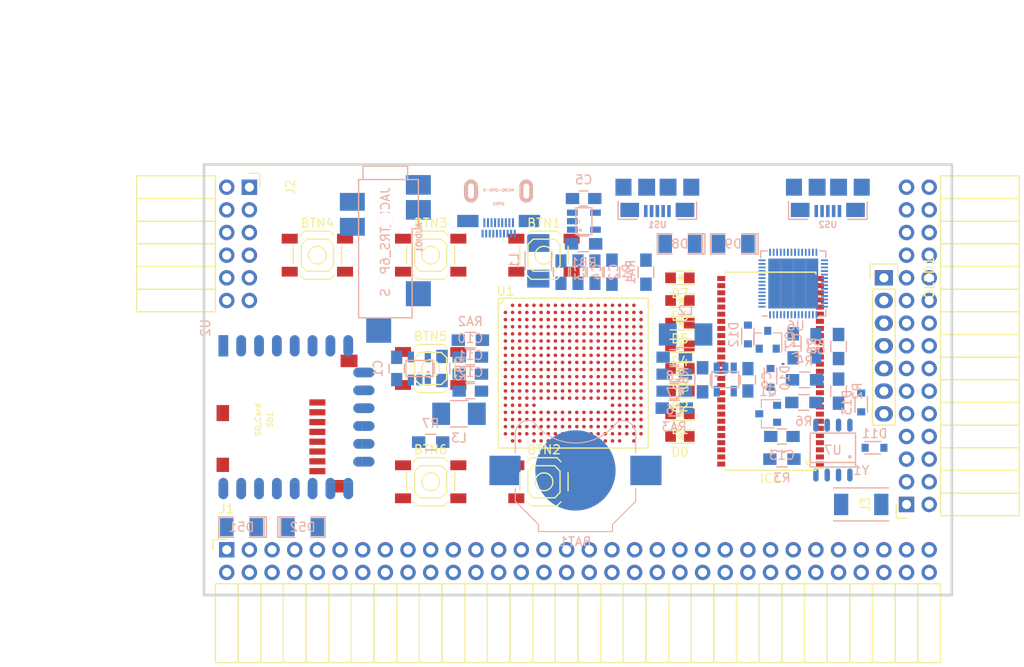
<source format=kicad_pcb>
(kicad_pcb (version 4) (host pcbnew 4.0.5+dfsg1-4)
  (layers (0 F.Cu signal) (1 In1.Cu signal) (2 In2.Cu signal) (31 B.Cu signal) (34 B.Paste user) (35 F.Paste user) (36 B.SilkS user) (37 F.SilkS user) (38 B.Mask user) (39 F.Mask user) (44 Edge.Cuts user))
  (net 0 "")
  (net 1 GND)
  (net 2 +5V)
  (net 3 /gpio/IN5V)
  (net 4 /gpio/OUT5V)
  (net 5 /gpio/P5)
  (net 6 /gpio/P6)
  (net 7 /gpio/P7)
  (net 8 /gpio/P8)
  (net 9 /gpio/P11)
  (net 10 /gpio/P12)
  (net 11 /gpio/P13)
  (net 12 /gpio/P14)
  (net 13 /gpio/P17)
  (net 14 /gpio/P18)
  (net 15 /gpio/P19)
  (net 16 /gpio/P20)
  (net 17 /gpio/P21)
  (net 18 /gpio/P22)
  (net 19 /gpio/P23)
  (net 20 /gpio/P24)
  (net 21 /gpio/P25)
  (net 22 /gpio/P26)
  (net 23 /gpio/P27)
  (net 24 /gpio/P28)
  (net 25 /gpio/P29)
  (net 26 /gpio/P30)
  (net 27 /gpio/P9)
  (net 28 /gpio/P10)
  (net 29 /gpio/P15)
  (net 30 /gpio/P16)
  (net 31 /gpio/P31)
  (net 32 /gpio/P32)
  (net 33 /gpio/P33)
  (net 34 /gpio/P34)
  (net 35 /gpio/P35)
  (net 36 /gpio/P36)
  (net 37 /gpio/P37)
  (net 38 /gpio/P38)
  (net 39 /gpio/P39)
  (net 40 /gpio/P40)
  (net 41 /gpio/P41)
  (net 42 /gpio/P42)
  (net 43 /gpio/P43)
  (net 44 /gpio/P44)
  (net 45 /gpio/P45)
  (net 46 /gpio/P46)
  (net 47 /gpio/P47)
  (net 48 /gpio/P48)
  (net 49 /gpio/P49)
  (net 50 /gpio/P50)
  (net 51 /gpio/P51)
  (net 52 /gpio/P52)
  (net 53 /gpio/P53)
  (net 54 /gpio/P54)
  (net 55 /gpio/P55)
  (net 56 /gpio/P56)
  (net 57 /gpio/P57)
  (net 58 /gpio/P58)
  (net 59 /gpio/P59)
  (net 60 /gpio/P60)
  (net 61 +3V3)
  (net 62 "Net-(L1-Pad1)")
  (net 63 "Net-(L2-Pad1)")
  (net 64 +1V2)
  (net 65 BTN_D)
  (net 66 BTN_F1)
  (net 67 BTN_F2)
  (net 68 BTN_L)
  (net 69 BTN_R)
  (net 70 BTN_U)
  (net 71 "Net-(BTN1-Pad1)")
  (net 72 /power/FB1)
  (net 73 +2V5)
  (net 74 "Net-(L3-Pad1)")
  (net 75 /power/PWREN)
  (net 76 /power/FB3)
  (net 77 /power/FB2)
  (net 78 /usb/USB5V)
  (net 79 "Net-(D9-Pad1)")
  (net 80 "Net-(U6-Pad57)")
  (net 81 /power/VBAT)
  (net 82 "Net-(U7-Pad1)")
  (net 83 "Net-(U7-Pad2)")
  (net 84 SD_3)
  (net 85 SD_MTMS)
  (net 86 SD_MTCK)
  (net 87 SD_MTDO)
  (net 88 SD_MTDI)
  (net 89 JTAG_TDI)
  (net 90 JTAG_TCK)
  (net 91 JTAG_TMS)
  (net 92 JTAG_TDO)
  (net 93 /power/WAKEUPn)
  (net 94 /power/WKUP)
  (net 95 /power/SHUT)
  (net 96 /power/WAKE)
  (net 97 /power/HOLD)
  (net 98 /power/WKn)
  (net 99 "Net-(Q2-Pad1)")
  (module Keystone_3000_1x12mm-CoinCell:Keystone_3000_1x12mm-CoinCell (layer B.Cu) (at 135.73 95.71)
    (fp_text reference BAT1 (at 0 8) (layer B.SilkS) (effects (justify mirror)))
    (fp_text value CR1225)
    (pad 1 smd rect (at -7.9 0) (size 3.5 3.3) (layers B.Cu B.Paste B.Mask) (net 81 /power/VBAT))
    (pad 1 smd rect (at 7.9 0) (size 3.5 3.3) (layers B.Cu B.Paste B.Mask) (net 81 /power/VBAT))
    (pad 2 smd circle (at 0 0) (size 9 9) (layers B.Cu B.Mask) (net 1 GND))
  )
  (module SMD_Packages:SMD-1206_Pol (layer B.Cu) (at 105.149 102.06)
    (fp_text reference D52 (at 0 0) (layer B.SilkS) (effects (justify mirror)))
    (fp_text value 2A)
    (pad 1 smd rect (at -1.651 0) (size 1.524 2.032) (layers B.Cu B.Paste B.Mask) (net 4 /gpio/OUT5V))
    (pad 2 smd rect (at 1.651 0) (size 1.524 2.032) (layers B.Cu B.Paste B.Mask))
  )
  (module SMD_Packages:SMD-1206_Pol (layer B.Cu) (at 98.291 102.06 180)
    (fp_text reference D51 (at 0 0 180) (layer B.SilkS) (effects (justify mirror)))
    (fp_text value 2A)
    (pad 1 smd rect (at -1.651 0 180) (size 1.524 2.032) (layers B.Cu B.Paste B.Mask) (net 2 +5V))
    (pad 2 smd rect (at 1.651 0 180) (size 1.524 2.032) (layers B.Cu B.Paste B.Mask) (net 3 /gpio/IN5V))
  )
  (module micro-sd:MicroSD_TF02D (layer F.Cu) (at 95.8 90.03 90)
    (fp_text reference SD1 (at 0 5.7 90) (layer F.SilkS) (effects (font (size 0.59944 0.59944) (thickness 0.12446))))
    (fp_text value SD_Card (at 0 4.35 90) (layer F.SilkS) (effects (font (size 0.59944 0.59944) (thickness 0.12446))))
    (pad 1 smd rect (at 1.94 11 90) (size 0.7 1.8) (layers F.Cu F.Paste F.Mask) (net 84 SD_3))
    (pad 2 smd rect (at 0.84 11 90) (size 0.7 1.8) (layers F.Cu F.Paste F.Mask) (net 85 SD_MTMS))
    (pad 3 smd rect (at -0.26 11 90) (size 0.7 1.8) (layers F.Cu F.Paste F.Mask) (net 1 GND))
    (pad 4 smd rect (at -1.36 11 90) (size 0.7 1.8) (layers F.Cu F.Paste F.Mask) (net 61 +3V3))
    (pad 5 smd rect (at -2.46 11 90) (size 0.7 1.8) (layers F.Cu F.Paste F.Mask) (net 86 SD_MTCK))
    (pad 6 smd rect (at -3.56 11 90) (size 0.7 1.8) (layers F.Cu F.Paste F.Mask) (net 1 GND))
    (pad 7 smd rect (at -4.66 11 90) (size 0.7 1.8) (layers F.Cu F.Paste F.Mask) (net 87 SD_MTDO))
    (pad 8 smd rect (at -5.76 11 90) (size 0.7 1.8) (layers F.Cu F.Paste F.Mask) (net 88 SD_MTDI))
    (pad S smd rect (at -5.05 0.4 90) (size 1.6 1.4) (layers F.Cu F.Paste F.Mask))
    (pad S smd rect (at 0.75 0.4 90) (size 1.8 1.4) (layers F.Cu F.Paste F.Mask))
    (pad G smd rect (at -7.45 13.55 90) (size 1.4 1.9) (layers F.Cu F.Paste F.Mask))
    (pad G smd rect (at 6.6 14.55 90) (size 1.4 1.9) (layers F.Cu F.Paste F.Mask))
  )
  (module micro-hdmi-d:MICRO-HDMI-D (layer B.Cu) (at 127.12 62.69)
    (fp_text reference GPDI1 (at -0.025 3.125) (layer B.SilkS) (effects (font (size 0.3 0.3) (thickness 0.075)) (justify mirror)))
    (fp_text value MICRO-GPDI-D (at 0 1.6) (layer B.SilkS) (effects (font (size 0.3 0.3) (thickness 0.075)) (justify mirror)))
    (pad 1 smd rect (at 1.8 6.475) (size 0.23 0.85) (layers B.Cu B.Paste B.Mask))
    (pad 3 smd rect (at 1.4 6.475) (size 0.23 0.85) (layers B.Cu B.Paste B.Mask))
    (pad 5 smd rect (at 1 6.475) (size 0.23 0.85) (layers B.Cu B.Paste B.Mask))
    (pad 7 smd rect (at 0.6 6.475) (size 0.23 0.85) (layers B.Cu B.Paste B.Mask) (net 1 GND))
    (pad 9 smd rect (at 0.2 6.475) (size 0.23 0.85) (layers B.Cu B.Paste B.Mask))
    (pad 11 smd rect (at -0.2 6.475) (size 0.23 0.85) (layers B.Cu B.Paste B.Mask))
    (pad 13 smd rect (at -0.6 6.475) (size 0.23 0.85) (layers B.Cu B.Paste B.Mask) (net 1 GND))
    (pad 15 smd rect (at -1 6.475) (size 0.23 0.85) (layers B.Cu B.Paste B.Mask))
    (pad 17 smd rect (at -1.4 6.475) (size 0.23 0.85) (layers B.Cu B.Paste B.Mask))
    (pad 19 smd rect (at -1.8 6.475) (size 0.23 0.85) (layers B.Cu B.Paste B.Mask) (net 2 +5V))
    (pad 2 smd rect (at 1.6 5.25) (size 0.23 1) (layers B.Cu B.Paste B.Mask))
    (pad 4 smd rect (at 1.2 5.25) (size 0.23 1) (layers B.Cu B.Paste B.Mask) (net 1 GND))
    (pad 6 smd rect (at 0.8 5.25) (size 0.23 1) (layers B.Cu B.Paste B.Mask))
    (pad 8 smd rect (at 0.4 5.25) (size 0.23 1) (layers B.Cu B.Paste B.Mask))
    (pad 10 smd rect (at 0 5.25) (size 0.23 1) (layers B.Cu B.Paste B.Mask) (net 1 GND))
    (pad 12 smd rect (at -0.4 5.25) (size 0.23 1) (layers B.Cu B.Paste B.Mask))
    (pad 14 smd rect (at -0.8 5.25) (size 0.23 1) (layers B.Cu B.Paste B.Mask))
    (pad 16 smd rect (at -1.2 5.25) (size 0.23 1) (layers B.Cu B.Paste B.Mask) (net 1 GND))
    (pad 18 smd rect (at -1.6 5.25) (size 0.23 1) (layers B.Cu B.Paste B.Mask))
    (pad SHD smd rect (at 3.45 5.06) (size 2.4 1.38) (layers B.Cu B.Paste B.Mask) (net 1 GND))
    (pad SHD smd rect (at -3.45 5.06) (size 2.4 1.38) (layers B.Cu B.Paste B.Mask) (net 1 GND))
    (pad "" thru_hole oval (at -3.1 1.7) (size 1.5 2.55) (drill oval 0.65 1.7) (layers *.Cu *.Mask B.SilkS))
    (pad "" thru_hole oval (at 3.1 1.7) (size 1.5 2.55) (drill oval 0.65 1.7) (layers *.Cu *.Mask B.SilkS))
  )
  (module Socket_Strips:Socket_Strip_Angled_2x32 (layer F.Cu) (at 96.64 104.6)
    (fp_text reference J1 (at 0 -4.6) (layer F.SilkS))
    (fp_text value CONN_02X32)
    (pad 1 thru_hole rect (at 0 0) (size 1.7272 1.7272) (drill 1.016) (layers *.Cu *.Mask) (net 3 /gpio/IN5V))
    (pad 2 thru_hole oval (at 0 2.54) (size 1.7272 1.7272) (drill 1.016) (layers *.Cu *.Mask) (net 4 /gpio/OUT5V))
    (pad 3 thru_hole oval (at 2.54 0) (size 1.7272 1.7272) (drill 1.016) (layers *.Cu *.Mask) (net 1 GND))
    (pad 4 thru_hole oval (at 2.54 2.54) (size 1.7272 1.7272) (drill 1.016) (layers *.Cu *.Mask) (net 1 GND))
    (pad 5 thru_hole oval (at 5.08 0) (size 1.7272 1.7272) (drill 1.016) (layers *.Cu *.Mask) (net 5 /gpio/P5))
    (pad 6 thru_hole oval (at 5.08 2.54) (size 1.7272 1.7272) (drill 1.016) (layers *.Cu *.Mask) (net 6 /gpio/P6))
    (pad 7 thru_hole oval (at 7.62 0) (size 1.7272 1.7272) (drill 1.016) (layers *.Cu *.Mask) (net 7 /gpio/P7))
    (pad 8 thru_hole oval (at 7.62 2.54) (size 1.7272 1.7272) (drill 1.016) (layers *.Cu *.Mask) (net 8 /gpio/P8))
    (pad 9 thru_hole oval (at 10.16 0) (size 1.7272 1.7272) (drill 1.016) (layers *.Cu *.Mask) (net 27 /gpio/P9))
    (pad 10 thru_hole oval (at 10.16 2.54) (size 1.7272 1.7272) (drill 1.016) (layers *.Cu *.Mask) (net 28 /gpio/P10))
    (pad 11 thru_hole oval (at 12.7 0) (size 1.7272 1.7272) (drill 1.016) (layers *.Cu *.Mask) (net 9 /gpio/P11))
    (pad 12 thru_hole oval (at 12.7 2.54) (size 1.7272 1.7272) (drill 1.016) (layers *.Cu *.Mask) (net 10 /gpio/P12))
    (pad 13 thru_hole oval (at 15.24 0) (size 1.7272 1.7272) (drill 1.016) (layers *.Cu *.Mask) (net 11 /gpio/P13))
    (pad 14 thru_hole oval (at 15.24 2.54) (size 1.7272 1.7272) (drill 1.016) (layers *.Cu *.Mask) (net 12 /gpio/P14))
    (pad 15 thru_hole oval (at 17.78 0) (size 1.7272 1.7272) (drill 1.016) (layers *.Cu *.Mask) (net 29 /gpio/P15))
    (pad 16 thru_hole oval (at 17.78 2.54) (size 1.7272 1.7272) (drill 1.016) (layers *.Cu *.Mask) (net 30 /gpio/P16))
    (pad 17 thru_hole oval (at 20.32 0) (size 1.7272 1.7272) (drill 1.016) (layers *.Cu *.Mask) (net 13 /gpio/P17))
    (pad 18 thru_hole oval (at 20.32 2.54) (size 1.7272 1.7272) (drill 1.016) (layers *.Cu *.Mask) (net 14 /gpio/P18))
    (pad 19 thru_hole oval (at 22.86 0) (size 1.7272 1.7272) (drill 1.016) (layers *.Cu *.Mask) (net 15 /gpio/P19))
    (pad 20 thru_hole oval (at 22.86 2.54) (size 1.7272 1.7272) (drill 1.016) (layers *.Cu *.Mask) (net 16 /gpio/P20))
    (pad 21 thru_hole oval (at 25.4 0) (size 1.7272 1.7272) (drill 1.016) (layers *.Cu *.Mask) (net 17 /gpio/P21))
    (pad 22 thru_hole oval (at 25.4 2.54) (size 1.7272 1.7272) (drill 1.016) (layers *.Cu *.Mask) (net 18 /gpio/P22))
    (pad 23 thru_hole oval (at 27.94 0) (size 1.7272 1.7272) (drill 1.016) (layers *.Cu *.Mask) (net 19 /gpio/P23))
    (pad 24 thru_hole oval (at 27.94 2.54) (size 1.7272 1.7272) (drill 1.016) (layers *.Cu *.Mask) (net 20 /gpio/P24))
    (pad 25 thru_hole oval (at 30.48 0) (size 1.7272 1.7272) (drill 1.016) (layers *.Cu *.Mask) (net 21 /gpio/P25))
    (pad 26 thru_hole oval (at 30.48 2.54) (size 1.7272 1.7272) (drill 1.016) (layers *.Cu *.Mask) (net 22 /gpio/P26))
    (pad 27 thru_hole oval (at 33.02 0) (size 1.7272 1.7272) (drill 1.016) (layers *.Cu *.Mask) (net 23 /gpio/P27))
    (pad 28 thru_hole oval (at 33.02 2.54) (size 1.7272 1.7272) (drill 1.016) (layers *.Cu *.Mask) (net 24 /gpio/P28))
    (pad 29 thru_hole oval (at 35.56 0) (size 1.7272 1.7272) (drill 1.016) (layers *.Cu *.Mask) (net 25 /gpio/P29))
    (pad 30 thru_hole oval (at 35.56 2.54) (size 1.7272 1.7272) (drill 1.016) (layers *.Cu *.Mask) (net 26 /gpio/P30))
    (pad 31 thru_hole oval (at 38.1 0) (size 1.7272 1.7272) (drill 1.016) (layers *.Cu *.Mask) (net 31 /gpio/P31))
    (pad 32 thru_hole oval (at 38.1 2.54) (size 1.7272 1.7272) (drill 1.016) (layers *.Cu *.Mask) (net 32 /gpio/P32))
    (pad 33 thru_hole oval (at 40.64 0) (size 1.7272 1.7272) (drill 1.016) (layers *.Cu *.Mask) (net 33 /gpio/P33))
    (pad 34 thru_hole oval (at 40.64 2.54) (size 1.7272 1.7272) (drill 1.016) (layers *.Cu *.Mask) (net 34 /gpio/P34))
    (pad 35 thru_hole oval (at 43.18 0) (size 1.7272 1.7272) (drill 1.016) (layers *.Cu *.Mask) (net 35 /gpio/P35))
    (pad 36 thru_hole oval (at 43.18 2.54) (size 1.7272 1.7272) (drill 1.016) (layers *.Cu *.Mask) (net 36 /gpio/P36))
    (pad 37 thru_hole oval (at 45.72 0) (size 1.7272 1.7272) (drill 1.016) (layers *.Cu *.Mask) (net 37 /gpio/P37))
    (pad 38 thru_hole oval (at 45.72 2.54) (size 1.7272 1.7272) (drill 1.016) (layers *.Cu *.Mask) (net 38 /gpio/P38))
    (pad 39 thru_hole oval (at 48.26 0) (size 1.7272 1.7272) (drill 1.016) (layers *.Cu *.Mask) (net 39 /gpio/P39))
    (pad 40 thru_hole oval (at 48.26 2.54) (size 1.7272 1.7272) (drill 1.016) (layers *.Cu *.Mask) (net 40 /gpio/P40))
    (pad 41 thru_hole oval (at 50.8 0) (size 1.7272 1.7272) (drill 1.016) (layers *.Cu *.Mask) (net 41 /gpio/P41))
    (pad 42 thru_hole oval (at 50.8 2.54) (size 1.7272 1.7272) (drill 1.016) (layers *.Cu *.Mask) (net 42 /gpio/P42))
    (pad 43 thru_hole oval (at 53.34 0) (size 1.7272 1.7272) (drill 1.016) (layers *.Cu *.Mask) (net 43 /gpio/P43))
    (pad 44 thru_hole oval (at 53.34 2.54) (size 1.7272 1.7272) (drill 1.016) (layers *.Cu *.Mask) (net 44 /gpio/P44))
    (pad 45 thru_hole oval (at 55.88 0) (size 1.7272 1.7272) (drill 1.016) (layers *.Cu *.Mask) (net 45 /gpio/P45))
    (pad 46 thru_hole oval (at 55.88 2.54) (size 1.7272 1.7272) (drill 1.016) (layers *.Cu *.Mask) (net 46 /gpio/P46))
    (pad 47 thru_hole oval (at 58.42 0) (size 1.7272 1.7272) (drill 1.016) (layers *.Cu *.Mask) (net 47 /gpio/P47))
    (pad 48 thru_hole oval (at 58.42 2.54) (size 1.7272 1.7272) (drill 1.016) (layers *.Cu *.Mask) (net 48 /gpio/P48))
    (pad 49 thru_hole oval (at 60.96 0) (size 1.7272 1.7272) (drill 1.016) (layers *.Cu *.Mask) (net 49 /gpio/P49))
    (pad 50 thru_hole oval (at 60.96 2.54) (size 1.7272 1.7272) (drill 1.016) (layers *.Cu *.Mask) (net 50 /gpio/P50))
    (pad 51 thru_hole oval (at 63.5 0) (size 1.7272 1.7272) (drill 1.016) (layers *.Cu *.Mask) (net 51 /gpio/P51))
    (pad 52 thru_hole oval (at 63.5 2.54) (size 1.7272 1.7272) (drill 1.016) (layers *.Cu *.Mask) (net 52 /gpio/P52))
    (pad 53 thru_hole oval (at 66.04 0) (size 1.7272 1.7272) (drill 1.016) (layers *.Cu *.Mask) (net 53 /gpio/P53))
    (pad 54 thru_hole oval (at 66.04 2.54) (size 1.7272 1.7272) (drill 1.016) (layers *.Cu *.Mask) (net 54 /gpio/P54))
    (pad 55 thru_hole oval (at 68.58 0) (size 1.7272 1.7272) (drill 1.016) (layers *.Cu *.Mask) (net 55 /gpio/P55))
    (pad 56 thru_hole oval (at 68.58 2.54) (size 1.7272 1.7272) (drill 1.016) (layers *.Cu *.Mask) (net 56 /gpio/P56))
    (pad 57 thru_hole oval (at 71.12 0) (size 1.7272 1.7272) (drill 1.016) (layers *.Cu *.Mask) (net 57 /gpio/P57))
    (pad 58 thru_hole oval (at 71.12 2.54) (size 1.7272 1.7272) (drill 1.016) (layers *.Cu *.Mask) (net 58 /gpio/P58))
    (pad 59 thru_hole oval (at 73.66 0) (size 1.7272 1.7272) (drill 1.016) (layers *.Cu *.Mask) (net 59 /gpio/P59))
    (pad 60 thru_hole oval (at 73.66 2.54) (size 1.7272 1.7272) (drill 1.016) (layers *.Cu *.Mask) (net 60 /gpio/P60))
    (pad 61 thru_hole oval (at 76.2 0) (size 1.7272 1.7272) (drill 1.016) (layers *.Cu *.Mask) (net 1 GND))
    (pad 62 thru_hole oval (at 76.2 2.54) (size 1.7272 1.7272) (drill 1.016) (layers *.Cu *.Mask) (net 1 GND))
    (pad 63 thru_hole oval (at 78.74 0) (size 1.7272 1.7272) (drill 1.016) (layers *.Cu *.Mask) (net 61 +3V3))
    (pad 64 thru_hole oval (at 78.74 2.54) (size 1.7272 1.7272) (drill 1.016) (layers *.Cu *.Mask) (net 61 +3V3))
  )
  (module Socket_Strips:Socket_Strip_Angled_2x15 (layer F.Cu) (at 172.84 99.52 90)
    (fp_text reference J3 (at 0 -4.6 90) (layer F.SilkS))
    (fp_text value CONN_02X15)
    (pad 1 thru_hole rect (at 0 0 90) (size 1.7272 1.7272) (drill 1.016) (layers *.Cu *.Mask) (net 61 +3V3))
    (pad 2 thru_hole oval (at 0 2.54 90) (size 1.7272 1.7272) (drill 1.016) (layers *.Cu *.Mask) (net 61 +3V3))
    (pad 3 thru_hole oval (at 2.54 0 90) (size 1.7272 1.7272) (drill 1.016) (layers *.Cu *.Mask) (net 1 GND))
    (pad 4 thru_hole oval (at 2.54 2.54 90) (size 1.7272 1.7272) (drill 1.016) (layers *.Cu *.Mask) (net 1 GND))
    (pad 5 thru_hole oval (at 5.08 0 90) (size 1.7272 1.7272) (drill 1.016) (layers *.Cu *.Mask))
    (pad 6 thru_hole oval (at 5.08 2.54 90) (size 1.7272 1.7272) (drill 1.016) (layers *.Cu *.Mask))
    (pad 7 thru_hole oval (at 7.62 0 90) (size 1.7272 1.7272) (drill 1.016) (layers *.Cu *.Mask))
    (pad 8 thru_hole oval (at 7.62 2.54 90) (size 1.7272 1.7272) (drill 1.016) (layers *.Cu *.Mask))
    (pad 9 thru_hole oval (at 10.16 0 90) (size 1.7272 1.7272) (drill 1.016) (layers *.Cu *.Mask))
    (pad 10 thru_hole oval (at 10.16 2.54 90) (size 1.7272 1.7272) (drill 1.016) (layers *.Cu *.Mask))
    (pad 11 thru_hole oval (at 12.7 0 90) (size 1.7272 1.7272) (drill 1.016) (layers *.Cu *.Mask))
    (pad 12 thru_hole oval (at 12.7 2.54 90) (size 1.7272 1.7272) (drill 1.016) (layers *.Cu *.Mask))
    (pad 13 thru_hole oval (at 15.24 0 90) (size 1.7272 1.7272) (drill 1.016) (layers *.Cu *.Mask))
    (pad 14 thru_hole oval (at 15.24 2.54 90) (size 1.7272 1.7272) (drill 1.016) (layers *.Cu *.Mask))
    (pad 15 thru_hole oval (at 17.78 0 90) (size 1.7272 1.7272) (drill 1.016) (layers *.Cu *.Mask))
    (pad 16 thru_hole oval (at 17.78 2.54 90) (size 1.7272 1.7272) (drill 1.016) (layers *.Cu *.Mask))
    (pad 17 thru_hole oval (at 20.32 0 90) (size 1.7272 1.7272) (drill 1.016) (layers *.Cu *.Mask))
    (pad 18 thru_hole oval (at 20.32 2.54 90) (size 1.7272 1.7272) (drill 1.016) (layers *.Cu *.Mask))
    (pad 19 thru_hole oval (at 22.86 0 90) (size 1.7272 1.7272) (drill 1.016) (layers *.Cu *.Mask) (net 61 +3V3))
    (pad 20 thru_hole oval (at 22.86 2.54 90) (size 1.7272 1.7272) (drill 1.016) (layers *.Cu *.Mask) (net 61 +3V3))
    (pad 21 thru_hole oval (at 25.4 0 90) (size 1.7272 1.7272) (drill 1.016) (layers *.Cu *.Mask) (net 1 GND))
    (pad 22 thru_hole oval (at 25.4 2.54 90) (size 1.7272 1.7272) (drill 1.016) (layers *.Cu *.Mask) (net 1 GND))
    (pad 23 thru_hole oval (at 27.94 0 90) (size 1.7272 1.7272) (drill 1.016) (layers *.Cu *.Mask))
    (pad 24 thru_hole oval (at 27.94 2.54 90) (size 1.7272 1.7272) (drill 1.016) (layers *.Cu *.Mask))
    (pad 25 thru_hole oval (at 30.48 0 90) (size 1.7272 1.7272) (drill 1.016) (layers *.Cu *.Mask))
    (pad 26 thru_hole oval (at 30.48 2.54 90) (size 1.7272 1.7272) (drill 1.016) (layers *.Cu *.Mask))
    (pad 27 thru_hole oval (at 33.02 0 90) (size 1.7272 1.7272) (drill 1.016) (layers *.Cu *.Mask))
    (pad 28 thru_hole oval (at 33.02 2.54 90) (size 1.7272 1.7272) (drill 1.016) (layers *.Cu *.Mask))
    (pad 29 thru_hole oval (at 35.56 0 90) (size 1.7272 1.7272) (drill 1.016) (layers *.Cu *.Mask))
    (pad 30 thru_hole oval (at 35.56 2.54 90) (size 1.7272 1.7272) (drill 1.016) (layers *.Cu *.Mask))
  )
  (module Socket_Strips:Socket_Strip_Angled_2x06 (layer F.Cu) (at 99.18 63.96 270)
    (fp_text reference J2 (at 0 -4.6 270) (layer F.SilkS))
    (fp_text value CONN_02X06)
    (pad 1 thru_hole rect (at 0 0 270) (size 1.7272 1.7272) (drill 1.016) (layers *.Cu *.Mask) (net 61 +3V3))
    (pad 2 thru_hole oval (at 0 2.54 270) (size 1.7272 1.7272) (drill 1.016) (layers *.Cu *.Mask) (net 61 +3V3))
    (pad 3 thru_hole oval (at 2.54 0 270) (size 1.7272 1.7272) (drill 1.016) (layers *.Cu *.Mask) (net 1 GND))
    (pad 4 thru_hole oval (at 2.54 2.54 270) (size 1.7272 1.7272) (drill 1.016) (layers *.Cu *.Mask) (net 1 GND))
    (pad 5 thru_hole oval (at 5.08 0 270) (size 1.7272 1.7272) (drill 1.016) (layers *.Cu *.Mask))
    (pad 6 thru_hole oval (at 5.08 2.54 270) (size 1.7272 1.7272) (drill 1.016) (layers *.Cu *.Mask))
    (pad 7 thru_hole oval (at 7.62 0 270) (size 1.7272 1.7272) (drill 1.016) (layers *.Cu *.Mask))
    (pad 8 thru_hole oval (at 7.62 2.54 270) (size 1.7272 1.7272) (drill 1.016) (layers *.Cu *.Mask))
    (pad 9 thru_hole oval (at 10.16 0 270) (size 1.7272 1.7272) (drill 1.016) (layers *.Cu *.Mask))
    (pad 10 thru_hole oval (at 10.16 2.54 270) (size 1.7272 1.7272) (drill 1.016) (layers *.Cu *.Mask))
    (pad 11 thru_hole oval (at 12.7 0 270) (size 1.7272 1.7272) (drill 1.016) (layers *.Cu *.Mask))
    (pad 12 thru_hole oval (at 12.7 2.54 270) (size 1.7272 1.7272) (drill 1.016) (layers *.Cu *.Mask))
  )
  (module lfe5bg381:BGA-381_pitch0.8mm_dia0.4mm (layer F.Cu) (at 135.48 84.8)
    (fp_text reference U1 (at -7.6 -9.2) (layer F.SilkS))
    (fp_text value LFE5U-25F-6BG381C)
    (pad A2 smd circle (at -6.8 -7.6) (size 0.4 0.4) (layers F.Cu F.Paste F.Mask))
    (pad A3 smd circle (at -6 -7.6) (size 0.4 0.4) (layers F.Cu F.Paste F.Mask))
    (pad A4 smd circle (at -5.2 -7.6) (size 0.4 0.4) (layers F.Cu F.Paste F.Mask))
    (pad A5 smd circle (at -4.4 -7.6) (size 0.4 0.4) (layers F.Cu F.Paste F.Mask))
    (pad A6 smd circle (at -3.6 -7.6) (size 0.4 0.4) (layers F.Cu F.Paste F.Mask) (net 24 /gpio/P28))
    (pad A7 smd circle (at -2.8 -7.6) (size 0.4 0.4) (layers F.Cu F.Paste F.Mask) (net 30 /gpio/P16))
    (pad A8 smd circle (at -2 -7.6) (size 0.4 0.4) (layers F.Cu F.Paste F.Mask) (net 29 /gpio/P15))
    (pad A9 smd circle (at -1.2 -7.6) (size 0.4 0.4) (layers F.Cu F.Paste F.Mask) (net 28 /gpio/P10))
    (pad A10 smd circle (at -0.4 -7.6) (size 0.4 0.4) (layers F.Cu F.Paste F.Mask) (net 7 /gpio/P7))
    (pad A11 smd circle (at 0.4 -7.6) (size 0.4 0.4) (layers F.Cu F.Paste F.Mask) (net 8 /gpio/P8))
    (pad A12 smd circle (at 1.2 -7.6) (size 0.4 0.4) (layers F.Cu F.Paste F.Mask) (net 54 /gpio/P54))
    (pad A13 smd circle (at 2 -7.6) (size 0.4 0.4) (layers F.Cu F.Paste F.Mask) (net 53 /gpio/P53))
    (pad A14 smd circle (at 2.8 -7.6) (size 0.4 0.4) (layers F.Cu F.Paste F.Mask) (net 48 /gpio/P48))
    (pad A15 smd circle (at 3.6 -7.6) (size 0.4 0.4) (layers F.Cu F.Paste F.Mask))
    (pad A16 smd circle (at 4.4 -7.6) (size 0.4 0.4) (layers F.Cu F.Paste F.Mask) (net 40 /gpio/P40))
    (pad A17 smd circle (at 5.2 -7.6) (size 0.4 0.4) (layers F.Cu F.Paste F.Mask) (net 34 /gpio/P34))
    (pad A18 smd circle (at 6 -7.6) (size 0.4 0.4) (layers F.Cu F.Paste F.Mask) (net 32 /gpio/P32))
    (pad A19 smd circle (at 6.8 -7.6) (size 0.4 0.4) (layers F.Cu F.Paste F.Mask) (net 26 /gpio/P30))
    (pad B1 smd circle (at -7.6 -6.8) (size 0.4 0.4) (layers F.Cu F.Paste F.Mask))
    (pad B2 smd circle (at -6.8 -6.8) (size 0.4 0.4) (layers F.Cu F.Paste F.Mask))
    (pad B3 smd circle (at -6 -6.8) (size 0.4 0.4) (layers F.Cu F.Paste F.Mask))
    (pad B4 smd circle (at -5.2 -6.8) (size 0.4 0.4) (layers F.Cu F.Paste F.Mask))
    (pad B5 smd circle (at -4.4 -6.8) (size 0.4 0.4) (layers F.Cu F.Paste F.Mask))
    (pad B6 smd circle (at -3.6 -6.8) (size 0.4 0.4) (layers F.Cu F.Paste F.Mask) (net 23 /gpio/P27))
    (pad B7 smd circle (at -2.8 -6.8) (size 0.4 0.4) (layers F.Cu F.Paste F.Mask) (net 1 GND))
    (pad B8 smd circle (at -2 -6.8) (size 0.4 0.4) (layers F.Cu F.Paste F.Mask) (net 13 /gpio/P17))
    (pad B9 smd circle (at -1.2 -6.8) (size 0.4 0.4) (layers F.Cu F.Paste F.Mask) (net 10 /gpio/P12))
    (pad B10 smd circle (at -0.4 -6.8) (size 0.4 0.4) (layers F.Cu F.Paste F.Mask) (net 27 /gpio/P9))
    (pad B11 smd circle (at 0.4 -6.8) (size 0.4 0.4) (layers F.Cu F.Paste F.Mask) (net 5 /gpio/P5))
    (pad B12 smd circle (at 1.2 -6.8) (size 0.4 0.4) (layers F.Cu F.Paste F.Mask) (net 58 /gpio/P58))
    (pad B13 smd circle (at 2 -6.8) (size 0.4 0.4) (layers F.Cu F.Paste F.Mask) (net 52 /gpio/P52))
    (pad B14 smd circle (at 2.8 -6.8) (size 0.4 0.4) (layers F.Cu F.Paste F.Mask) (net 1 GND))
    (pad B15 smd circle (at 3.6 -6.8) (size 0.4 0.4) (layers F.Cu F.Paste F.Mask) (net 44 /gpio/P44))
    (pad B16 smd circle (at 4.4 -6.8) (size 0.4 0.4) (layers F.Cu F.Paste F.Mask) (net 39 /gpio/P39))
    (pad B17 smd circle (at 5.2 -6.8) (size 0.4 0.4) (layers F.Cu F.Paste F.Mask) (net 36 /gpio/P36))
    (pad B18 smd circle (at 6 -6.8) (size 0.4 0.4) (layers F.Cu F.Paste F.Mask) (net 33 /gpio/P33))
    (pad B19 smd circle (at 6.8 -6.8) (size 0.4 0.4) (layers F.Cu F.Paste F.Mask) (net 31 /gpio/P31))
    (pad B20 smd circle (at 7.6 -6.8) (size 0.4 0.4) (layers F.Cu F.Paste F.Mask) (net 25 /gpio/P29))
    (pad C1 smd circle (at -7.6 -6) (size 0.4 0.4) (layers F.Cu F.Paste F.Mask))
    (pad C2 smd circle (at -6.8 -6) (size 0.4 0.4) (layers F.Cu F.Paste F.Mask))
    (pad C3 smd circle (at -6 -6) (size 0.4 0.4) (layers F.Cu F.Paste F.Mask))
    (pad C4 smd circle (at -5.2 -6) (size 0.4 0.4) (layers F.Cu F.Paste F.Mask))
    (pad C5 smd circle (at -4.4 -6) (size 0.4 0.4) (layers F.Cu F.Paste F.Mask))
    (pad C6 smd circle (at -3.6 -6) (size 0.4 0.4) (layers F.Cu F.Paste F.Mask) (net 18 /gpio/P22))
    (pad C7 smd circle (at -2.8 -6) (size 0.4 0.4) (layers F.Cu F.Paste F.Mask) (net 17 /gpio/P21))
    (pad C8 smd circle (at -2 -6) (size 0.4 0.4) (layers F.Cu F.Paste F.Mask) (net 14 /gpio/P18))
    (pad C9 smd circle (at -1.2 -6) (size 0.4 0.4) (layers F.Cu F.Paste F.Mask))
    (pad C10 smd circle (at -0.4 -6) (size 0.4 0.4) (layers F.Cu F.Paste F.Mask) (net 9 /gpio/P11))
    (pad C11 smd circle (at 0.4 -6) (size 0.4 0.4) (layers F.Cu F.Paste F.Mask) (net 6 /gpio/P6))
    (pad C12 smd circle (at 1.2 -6) (size 0.4 0.4) (layers F.Cu F.Paste F.Mask) (net 57 /gpio/P57))
    (pad C13 smd circle (at 2 -6) (size 0.4 0.4) (layers F.Cu F.Paste F.Mask) (net 51 /gpio/P51))
    (pad C14 smd circle (at 2.8 -6) (size 0.4 0.4) (layers F.Cu F.Paste F.Mask) (net 47 /gpio/P47))
    (pad C15 smd circle (at 3.6 -6) (size 0.4 0.4) (layers F.Cu F.Paste F.Mask) (net 43 /gpio/P43))
    (pad C16 smd circle (at 4.4 -6) (size 0.4 0.4) (layers F.Cu F.Paste F.Mask) (net 38 /gpio/P38))
    (pad C17 smd circle (at 5.2 -6) (size 0.4 0.4) (layers F.Cu F.Paste F.Mask) (net 35 /gpio/P35))
    (pad C18 smd circle (at 6 -6) (size 0.4 0.4) (layers F.Cu F.Paste F.Mask))
    (pad C19 smd circle (at 6.8 -6) (size 0.4 0.4) (layers F.Cu F.Paste F.Mask) (net 1 GND))
    (pad C20 smd circle (at 7.6 -6) (size 0.4 0.4) (layers F.Cu F.Paste F.Mask))
    (pad D1 smd circle (at -7.6 -5.2) (size 0.4 0.4) (layers F.Cu F.Paste F.Mask))
    (pad D2 smd circle (at -6.8 -5.2) (size 0.4 0.4) (layers F.Cu F.Paste F.Mask))
    (pad D3 smd circle (at -6 -5.2) (size 0.4 0.4) (layers F.Cu F.Paste F.Mask))
    (pad D4 smd circle (at -5.2 -5.2) (size 0.4 0.4) (layers F.Cu F.Paste F.Mask) (net 1 GND))
    (pad D5 smd circle (at -4.4 -5.2) (size 0.4 0.4) (layers F.Cu F.Paste F.Mask))
    (pad D6 smd circle (at -3.6 -5.2) (size 0.4 0.4) (layers F.Cu F.Paste F.Mask) (net 21 /gpio/P25))
    (pad D7 smd circle (at -2.8 -5.2) (size 0.4 0.4) (layers F.Cu F.Paste F.Mask) (net 19 /gpio/P23))
    (pad D8 smd circle (at -2 -5.2) (size 0.4 0.4) (layers F.Cu F.Paste F.Mask) (net 15 /gpio/P19))
    (pad D9 smd circle (at -1.2 -5.2) (size 0.4 0.4) (layers F.Cu F.Paste F.Mask) (net 12 /gpio/P14))
    (pad D10 smd circle (at -0.4 -5.2) (size 0.4 0.4) (layers F.Cu F.Paste F.Mask))
    (pad D11 smd circle (at 0.4 -5.2) (size 0.4 0.4) (layers F.Cu F.Paste F.Mask) (net 60 /gpio/P60))
    (pad D12 smd circle (at 1.2 -5.2) (size 0.4 0.4) (layers F.Cu F.Paste F.Mask) (net 56 /gpio/P56))
    (pad D13 smd circle (at 2 -5.2) (size 0.4 0.4) (layers F.Cu F.Paste F.Mask) (net 50 /gpio/P50))
    (pad D14 smd circle (at 2.8 -5.2) (size 0.4 0.4) (layers F.Cu F.Paste F.Mask) (net 46 /gpio/P46))
    (pad D15 smd circle (at 3.6 -5.2) (size 0.4 0.4) (layers F.Cu F.Paste F.Mask) (net 42 /gpio/P42))
    (pad D16 smd circle (at 4.4 -5.2) (size 0.4 0.4) (layers F.Cu F.Paste F.Mask) (net 37 /gpio/P37))
    (pad D17 smd circle (at 5.2 -5.2) (size 0.4 0.4) (layers F.Cu F.Paste F.Mask))
    (pad D18 smd circle (at 6 -5.2) (size 0.4 0.4) (layers F.Cu F.Paste F.Mask))
    (pad D19 smd circle (at 6.8 -5.2) (size 0.4 0.4) (layers F.Cu F.Paste F.Mask))
    (pad D20 smd circle (at 7.6 -5.2) (size 0.4 0.4) (layers F.Cu F.Paste F.Mask))
    (pad E1 smd circle (at -7.6 -4.4) (size 0.4 0.4) (layers F.Cu F.Paste F.Mask))
    (pad E2 smd circle (at -6.8 -4.4) (size 0.4 0.4) (layers F.Cu F.Paste F.Mask))
    (pad E3 smd circle (at -6 -4.4) (size 0.4 0.4) (layers F.Cu F.Paste F.Mask))
    (pad E4 smd circle (at -5.2 -4.4) (size 0.4 0.4) (layers F.Cu F.Paste F.Mask))
    (pad E5 smd circle (at -4.4 -4.4) (size 0.4 0.4) (layers F.Cu F.Paste F.Mask))
    (pad E6 smd circle (at -3.6 -4.4) (size 0.4 0.4) (layers F.Cu F.Paste F.Mask) (net 22 /gpio/P26))
    (pad E7 smd circle (at -2.8 -4.4) (size 0.4 0.4) (layers F.Cu F.Paste F.Mask) (net 20 /gpio/P24))
    (pad E8 smd circle (at -2 -4.4) (size 0.4 0.4) (layers F.Cu F.Paste F.Mask) (net 16 /gpio/P20))
    (pad E9 smd circle (at -1.2 -4.4) (size 0.4 0.4) (layers F.Cu F.Paste F.Mask) (net 11 /gpio/P13))
    (pad E10 smd circle (at -0.4 -4.4) (size 0.4 0.4) (layers F.Cu F.Paste F.Mask))
    (pad E11 smd circle (at 0.4 -4.4) (size 0.4 0.4) (layers F.Cu F.Paste F.Mask) (net 59 /gpio/P59))
    (pad E12 smd circle (at 1.2 -4.4) (size 0.4 0.4) (layers F.Cu F.Paste F.Mask) (net 55 /gpio/P55))
    (pad E13 smd circle (at 2 -4.4) (size 0.4 0.4) (layers F.Cu F.Paste F.Mask) (net 49 /gpio/P49))
    (pad E14 smd circle (at 2.8 -4.4) (size 0.4 0.4) (layers F.Cu F.Paste F.Mask) (net 45 /gpio/P45))
    (pad E15 smd circle (at 3.6 -4.4) (size 0.4 0.4) (layers F.Cu F.Paste F.Mask) (net 41 /gpio/P41))
    (pad E16 smd circle (at 4.4 -4.4) (size 0.4 0.4) (layers F.Cu F.Paste F.Mask))
    (pad E17 smd circle (at 5.2 -4.4) (size 0.4 0.4) (layers F.Cu F.Paste F.Mask))
    (pad E18 smd circle (at 6 -4.4) (size 0.4 0.4) (layers F.Cu F.Paste F.Mask))
    (pad E19 smd circle (at 6.8 -4.4) (size 0.4 0.4) (layers F.Cu F.Paste F.Mask))
    (pad E20 smd circle (at 7.6 -4.4) (size 0.4 0.4) (layers F.Cu F.Paste F.Mask))
    (pad F1 smd circle (at -7.6 -3.6) (size 0.4 0.4) (layers F.Cu F.Paste F.Mask))
    (pad F2 smd circle (at -6.8 -3.6) (size 0.4 0.4) (layers F.Cu F.Paste F.Mask))
    (pad F3 smd circle (at -6 -3.6) (size 0.4 0.4) (layers F.Cu F.Paste F.Mask))
    (pad F4 smd circle (at -5.2 -3.6) (size 0.4 0.4) (layers F.Cu F.Paste F.Mask))
    (pad F5 smd circle (at -4.4 -3.6) (size 0.4 0.4) (layers F.Cu F.Paste F.Mask))
    (pad F6 smd circle (at -3.6 -3.6) (size 0.4 0.4) (layers F.Cu F.Paste F.Mask) (net 73 +2V5))
    (pad F7 smd circle (at -2.8 -3.6) (size 0.4 0.4) (layers F.Cu F.Paste F.Mask) (net 1 GND))
    (pad F8 smd circle (at -2 -3.6) (size 0.4 0.4) (layers F.Cu F.Paste F.Mask) (net 1 GND))
    (pad F9 smd circle (at -1.2 -3.6) (size 0.4 0.4) (layers F.Cu F.Paste F.Mask) (net 61 +3V3))
    (pad F10 smd circle (at -0.4 -3.6) (size 0.4 0.4) (layers F.Cu F.Paste F.Mask) (net 61 +3V3))
    (pad F11 smd circle (at 0.4 -3.6) (size 0.4 0.4) (layers F.Cu F.Paste F.Mask) (net 61 +3V3))
    (pad F12 smd circle (at 1.2 -3.6) (size 0.4 0.4) (layers F.Cu F.Paste F.Mask) (net 61 +3V3))
    (pad F13 smd circle (at 2 -3.6) (size 0.4 0.4) (layers F.Cu F.Paste F.Mask) (net 1 GND))
    (pad F14 smd circle (at 2.8 -3.6) (size 0.4 0.4) (layers F.Cu F.Paste F.Mask) (net 1 GND))
    (pad F15 smd circle (at 3.6 -3.6) (size 0.4 0.4) (layers F.Cu F.Paste F.Mask) (net 73 +2V5))
    (pad F16 smd circle (at 4.4 -3.6) (size 0.4 0.4) (layers F.Cu F.Paste F.Mask))
    (pad F17 smd circle (at 5.2 -3.6) (size 0.4 0.4) (layers F.Cu F.Paste F.Mask))
    (pad F18 smd circle (at 6 -3.6) (size 0.4 0.4) (layers F.Cu F.Paste F.Mask))
    (pad F19 smd circle (at 6.8 -3.6) (size 0.4 0.4) (layers F.Cu F.Paste F.Mask))
    (pad F20 smd circle (at 7.6 -3.6) (size 0.4 0.4) (layers F.Cu F.Paste F.Mask))
    (pad G1 smd circle (at -7.6 -2.8) (size 0.4 0.4) (layers F.Cu F.Paste F.Mask))
    (pad G2 smd circle (at -6.8 -2.8) (size 0.4 0.4) (layers F.Cu F.Paste F.Mask))
    (pad G3 smd circle (at -6 -2.8) (size 0.4 0.4) (layers F.Cu F.Paste F.Mask))
    (pad G4 smd circle (at -5.2 -2.8) (size 0.4 0.4) (layers F.Cu F.Paste F.Mask) (net 1 GND))
    (pad G5 smd circle (at -4.4 -2.8) (size 0.4 0.4) (layers F.Cu F.Paste F.Mask))
    (pad G6 smd circle (at -3.6 -2.8) (size 0.4 0.4) (layers F.Cu F.Paste F.Mask) (net 1 GND))
    (pad G7 smd circle (at -2.8 -2.8) (size 0.4 0.4) (layers F.Cu F.Paste F.Mask) (net 1 GND))
    (pad G8 smd circle (at -2 -2.8) (size 0.4 0.4) (layers F.Cu F.Paste F.Mask) (net 1 GND))
    (pad G9 smd circle (at -1.2 -2.8) (size 0.4 0.4) (layers F.Cu F.Paste F.Mask) (net 1 GND))
    (pad G10 smd circle (at -0.4 -2.8) (size 0.4 0.4) (layers F.Cu F.Paste F.Mask) (net 1 GND))
    (pad G11 smd circle (at 0.4 -2.8) (size 0.4 0.4) (layers F.Cu F.Paste F.Mask) (net 1 GND))
    (pad G12 smd circle (at 1.2 -2.8) (size 0.4 0.4) (layers F.Cu F.Paste F.Mask) (net 1 GND))
    (pad G13 smd circle (at 2 -2.8) (size 0.4 0.4) (layers F.Cu F.Paste F.Mask) (net 1 GND))
    (pad G14 smd circle (at 2.8 -2.8) (size 0.4 0.4) (layers F.Cu F.Paste F.Mask) (net 1 GND))
    (pad G15 smd circle (at 3.6 -2.8) (size 0.4 0.4) (layers F.Cu F.Paste F.Mask) (net 1 GND))
    (pad G16 smd circle (at 4.4 -2.8) (size 0.4 0.4) (layers F.Cu F.Paste F.Mask))
    (pad G17 smd circle (at 5.2 -2.8) (size 0.4 0.4) (layers F.Cu F.Paste F.Mask) (net 1 GND))
    (pad G18 smd circle (at 6 -2.8) (size 0.4 0.4) (layers F.Cu F.Paste F.Mask))
    (pad G19 smd circle (at 6.8 -2.8) (size 0.4 0.4) (layers F.Cu F.Paste F.Mask))
    (pad G20 smd circle (at 7.6 -2.8) (size 0.4 0.4) (layers F.Cu F.Paste F.Mask))
    (pad H1 smd circle (at -7.6 -2) (size 0.4 0.4) (layers F.Cu F.Paste F.Mask))
    (pad H2 smd circle (at -6.8 -2) (size 0.4 0.4) (layers F.Cu F.Paste F.Mask))
    (pad H3 smd circle (at -6 -2) (size 0.4 0.4) (layers F.Cu F.Paste F.Mask))
    (pad H4 smd circle (at -5.2 -2) (size 0.4 0.4) (layers F.Cu F.Paste F.Mask))
    (pad H5 smd circle (at -4.4 -2) (size 0.4 0.4) (layers F.Cu F.Paste F.Mask))
    (pad H6 smd circle (at -3.6 -2) (size 0.4 0.4) (layers F.Cu F.Paste F.Mask) (net 61 +3V3))
    (pad H7 smd circle (at -2.8 -2) (size 0.4 0.4) (layers F.Cu F.Paste F.Mask) (net 61 +3V3))
    (pad H8 smd circle (at -2 -2) (size 0.4 0.4) (layers F.Cu F.Paste F.Mask) (net 64 +1V2))
    (pad H9 smd circle (at -1.2 -2) (size 0.4 0.4) (layers F.Cu F.Paste F.Mask) (net 64 +1V2))
    (pad H10 smd circle (at -0.4 -2) (size 0.4 0.4) (layers F.Cu F.Paste F.Mask) (net 64 +1V2))
    (pad H11 smd circle (at 0.4 -2) (size 0.4 0.4) (layers F.Cu F.Paste F.Mask) (net 64 +1V2))
    (pad H12 smd circle (at 1.2 -2) (size 0.4 0.4) (layers F.Cu F.Paste F.Mask) (net 64 +1V2))
    (pad H13 smd circle (at 2 -2) (size 0.4 0.4) (layers F.Cu F.Paste F.Mask) (net 64 +1V2))
    (pad H14 smd circle (at 2.8 -2) (size 0.4 0.4) (layers F.Cu F.Paste F.Mask) (net 61 +3V3))
    (pad H15 smd circle (at 3.6 -2) (size 0.4 0.4) (layers F.Cu F.Paste F.Mask) (net 61 +3V3))
    (pad H16 smd circle (at 4.4 -2) (size 0.4 0.4) (layers F.Cu F.Paste F.Mask))
    (pad H17 smd circle (at 5.2 -2) (size 0.4 0.4) (layers F.Cu F.Paste F.Mask))
    (pad H18 smd circle (at 6 -2) (size 0.4 0.4) (layers F.Cu F.Paste F.Mask))
    (pad H19 smd circle (at 6.8 -2) (size 0.4 0.4) (layers F.Cu F.Paste F.Mask) (net 1 GND))
    (pad H20 smd circle (at 7.6 -2) (size 0.4 0.4) (layers F.Cu F.Paste F.Mask))
    (pad J1 smd circle (at -7.6 -1.2) (size 0.4 0.4) (layers F.Cu F.Paste F.Mask))
    (pad J2 smd circle (at -6.8 -1.2) (size 0.4 0.4) (layers F.Cu F.Paste F.Mask) (net 1 GND))
    (pad J3 smd circle (at -6 -1.2) (size 0.4 0.4) (layers F.Cu F.Paste F.Mask))
    (pad J4 smd circle (at -5.2 -1.2) (size 0.4 0.4) (layers F.Cu F.Paste F.Mask))
    (pad J5 smd circle (at -4.4 -1.2) (size 0.4 0.4) (layers F.Cu F.Paste F.Mask))
    (pad J6 smd circle (at -3.6 -1.2) (size 0.4 0.4) (layers F.Cu F.Paste F.Mask) (net 61 +3V3))
    (pad J7 smd circle (at -2.8 -1.2) (size 0.4 0.4) (layers F.Cu F.Paste F.Mask) (net 1 GND))
    (pad J8 smd circle (at -2 -1.2) (size 0.4 0.4) (layers F.Cu F.Paste F.Mask) (net 64 +1V2))
    (pad J9 smd circle (at -1.2 -1.2) (size 0.4 0.4) (layers F.Cu F.Paste F.Mask) (net 1 GND))
    (pad J10 smd circle (at -0.4 -1.2) (size 0.4 0.4) (layers F.Cu F.Paste F.Mask) (net 1 GND))
    (pad J11 smd circle (at 0.4 -1.2) (size 0.4 0.4) (layers F.Cu F.Paste F.Mask) (net 1 GND))
    (pad J12 smd circle (at 1.2 -1.2) (size 0.4 0.4) (layers F.Cu F.Paste F.Mask) (net 1 GND))
    (pad J13 smd circle (at 2 -1.2) (size 0.4 0.4) (layers F.Cu F.Paste F.Mask) (net 64 +1V2))
    (pad J14 smd circle (at 2.8 -1.2) (size 0.4 0.4) (layers F.Cu F.Paste F.Mask) (net 1 GND))
    (pad J15 smd circle (at 3.6 -1.2) (size 0.4 0.4) (layers F.Cu F.Paste F.Mask) (net 61 +3V3))
    (pad J16 smd circle (at 4.4 -1.2) (size 0.4 0.4) (layers F.Cu F.Paste F.Mask))
    (pad J17 smd circle (at 5.2 -1.2) (size 0.4 0.4) (layers F.Cu F.Paste F.Mask))
    (pad J18 smd circle (at 6 -1.2) (size 0.4 0.4) (layers F.Cu F.Paste F.Mask))
    (pad J19 smd circle (at 6.8 -1.2) (size 0.4 0.4) (layers F.Cu F.Paste F.Mask))
    (pad J20 smd circle (at 7.6 -1.2) (size 0.4 0.4) (layers F.Cu F.Paste F.Mask))
    (pad K1 smd circle (at -7.6 -0.4) (size 0.4 0.4) (layers F.Cu F.Paste F.Mask))
    (pad K2 smd circle (at -6.8 -0.4) (size 0.4 0.4) (layers F.Cu F.Paste F.Mask))
    (pad K3 smd circle (at -6 -0.4) (size 0.4 0.4) (layers F.Cu F.Paste F.Mask))
    (pad K4 smd circle (at -5.2 -0.4) (size 0.4 0.4) (layers F.Cu F.Paste F.Mask))
    (pad K5 smd circle (at -4.4 -0.4) (size 0.4 0.4) (layers F.Cu F.Paste F.Mask))
    (pad K6 smd circle (at -3.6 -0.4) (size 0.4 0.4) (layers F.Cu F.Paste F.Mask) (net 1 GND))
    (pad K7 smd circle (at -2.8 -0.4) (size 0.4 0.4) (layers F.Cu F.Paste F.Mask) (net 1 GND))
    (pad K8 smd circle (at -2 -0.4) (size 0.4 0.4) (layers F.Cu F.Paste F.Mask) (net 64 +1V2))
    (pad K9 smd circle (at -1.2 -0.4) (size 0.4 0.4) (layers F.Cu F.Paste F.Mask) (net 1 GND))
    (pad K10 smd circle (at -0.4 -0.4) (size 0.4 0.4) (layers F.Cu F.Paste F.Mask) (net 1 GND))
    (pad K11 smd circle (at 0.4 -0.4) (size 0.4 0.4) (layers F.Cu F.Paste F.Mask) (net 1 GND))
    (pad K12 smd circle (at 1.2 -0.4) (size 0.4 0.4) (layers F.Cu F.Paste F.Mask) (net 1 GND))
    (pad K13 smd circle (at 2 -0.4) (size 0.4 0.4) (layers F.Cu F.Paste F.Mask) (net 64 +1V2))
    (pad K14 smd circle (at 2.8 -0.4) (size 0.4 0.4) (layers F.Cu F.Paste F.Mask) (net 1 GND))
    (pad K15 smd circle (at 3.6 -0.4) (size 0.4 0.4) (layers F.Cu F.Paste F.Mask) (net 1 GND))
    (pad K16 smd circle (at 4.4 -0.4) (size 0.4 0.4) (layers F.Cu F.Paste F.Mask))
    (pad K17 smd circle (at 5.2 -0.4) (size 0.4 0.4) (layers F.Cu F.Paste F.Mask))
    (pad K18 smd circle (at 6 -0.4) (size 0.4 0.4) (layers F.Cu F.Paste F.Mask))
    (pad K19 smd circle (at 6.8 -0.4) (size 0.4 0.4) (layers F.Cu F.Paste F.Mask))
    (pad K20 smd circle (at 7.6 -0.4) (size 0.4 0.4) (layers F.Cu F.Paste F.Mask))
    (pad L1 smd circle (at -7.6 0.4) (size 0.4 0.4) (layers F.Cu F.Paste F.Mask))
    (pad L2 smd circle (at -6.8 0.4) (size 0.4 0.4) (layers F.Cu F.Paste F.Mask))
    (pad L3 smd circle (at -6 0.4) (size 0.4 0.4) (layers F.Cu F.Paste F.Mask))
    (pad L4 smd circle (at -5.2 0.4) (size 0.4 0.4) (layers F.Cu F.Paste F.Mask))
    (pad L5 smd circle (at -4.4 0.4) (size 0.4 0.4) (layers F.Cu F.Paste F.Mask))
    (pad L6 smd circle (at -3.6 0.4) (size 0.4 0.4) (layers F.Cu F.Paste F.Mask) (net 61 +3V3))
    (pad L7 smd circle (at -2.8 0.4) (size 0.4 0.4) (layers F.Cu F.Paste F.Mask) (net 61 +3V3))
    (pad L8 smd circle (at -2 0.4) (size 0.4 0.4) (layers F.Cu F.Paste F.Mask) (net 64 +1V2))
    (pad L9 smd circle (at -1.2 0.4) (size 0.4 0.4) (layers F.Cu F.Paste F.Mask) (net 1 GND))
    (pad L10 smd circle (at -0.4 0.4) (size 0.4 0.4) (layers F.Cu F.Paste F.Mask) (net 1 GND))
    (pad L11 smd circle (at 0.4 0.4) (size 0.4 0.4) (layers F.Cu F.Paste F.Mask) (net 1 GND))
    (pad L12 smd circle (at 1.2 0.4) (size 0.4 0.4) (layers F.Cu F.Paste F.Mask) (net 1 GND))
    (pad L13 smd circle (at 2 0.4) (size 0.4 0.4) (layers F.Cu F.Paste F.Mask) (net 64 +1V2))
    (pad L14 smd circle (at 2.8 0.4) (size 0.4 0.4) (layers F.Cu F.Paste F.Mask) (net 61 +3V3))
    (pad L15 smd circle (at 3.6 0.4) (size 0.4 0.4) (layers F.Cu F.Paste F.Mask) (net 61 +3V3))
    (pad L16 smd circle (at 4.4 0.4) (size 0.4 0.4) (layers F.Cu F.Paste F.Mask))
    (pad L17 smd circle (at 5.2 0.4) (size 0.4 0.4) (layers F.Cu F.Paste F.Mask))
    (pad L18 smd circle (at 6 0.4) (size 0.4 0.4) (layers F.Cu F.Paste F.Mask))
    (pad L19 smd circle (at 6.8 0.4) (size 0.4 0.4) (layers F.Cu F.Paste F.Mask))
    (pad L20 smd circle (at 7.6 0.4) (size 0.4 0.4) (layers F.Cu F.Paste F.Mask))
    (pad M1 smd circle (at -7.6 1.2) (size 0.4 0.4) (layers F.Cu F.Paste F.Mask))
    (pad M2 smd circle (at -6.8 1.2) (size 0.4 0.4) (layers F.Cu F.Paste F.Mask) (net 1 GND))
    (pad M3 smd circle (at -6 1.2) (size 0.4 0.4) (layers F.Cu F.Paste F.Mask))
    (pad M4 smd circle (at -5.2 1.2) (size 0.4 0.4) (layers F.Cu F.Paste F.Mask))
    (pad M5 smd circle (at -4.4 1.2) (size 0.4 0.4) (layers F.Cu F.Paste F.Mask))
    (pad M6 smd circle (at -3.6 1.2) (size 0.4 0.4) (layers F.Cu F.Paste F.Mask) (net 61 +3V3))
    (pad M7 smd circle (at -2.8 1.2) (size 0.4 0.4) (layers F.Cu F.Paste F.Mask) (net 1 GND))
    (pad M8 smd circle (at -2 1.2) (size 0.4 0.4) (layers F.Cu F.Paste F.Mask) (net 64 +1V2))
    (pad M9 smd circle (at -1.2 1.2) (size 0.4 0.4) (layers F.Cu F.Paste F.Mask) (net 1 GND))
    (pad M10 smd circle (at -0.4 1.2) (size 0.4 0.4) (layers F.Cu F.Paste F.Mask) (net 1 GND))
    (pad M11 smd circle (at 0.4 1.2) (size 0.4 0.4) (layers F.Cu F.Paste F.Mask) (net 1 GND))
    (pad M12 smd circle (at 1.2 1.2) (size 0.4 0.4) (layers F.Cu F.Paste F.Mask) (net 1 GND))
    (pad M13 smd circle (at 2 1.2) (size 0.4 0.4) (layers F.Cu F.Paste F.Mask) (net 64 +1V2))
    (pad M14 smd circle (at 2.8 1.2) (size 0.4 0.4) (layers F.Cu F.Paste F.Mask) (net 1 GND))
    (pad M15 smd circle (at 3.6 1.2) (size 0.4 0.4) (layers F.Cu F.Paste F.Mask) (net 61 +3V3))
    (pad M16 smd circle (at 4.4 1.2) (size 0.4 0.4) (layers F.Cu F.Paste F.Mask) (net 1 GND))
    (pad M17 smd circle (at 5.2 1.2) (size 0.4 0.4) (layers F.Cu F.Paste F.Mask))
    (pad M18 smd circle (at 6 1.2) (size 0.4 0.4) (layers F.Cu F.Paste F.Mask))
    (pad M19 smd circle (at 6.8 1.2) (size 0.4 0.4) (layers F.Cu F.Paste F.Mask))
    (pad M20 smd circle (at 7.6 1.2) (size 0.4 0.4) (layers F.Cu F.Paste F.Mask))
    (pad N1 smd circle (at -7.6 2) (size 0.4 0.4) (layers F.Cu F.Paste F.Mask))
    (pad N2 smd circle (at -6.8 2) (size 0.4 0.4) (layers F.Cu F.Paste F.Mask))
    (pad N3 smd circle (at -6 2) (size 0.4 0.4) (layers F.Cu F.Paste F.Mask))
    (pad N4 smd circle (at -5.2 2) (size 0.4 0.4) (layers F.Cu F.Paste F.Mask))
    (pad N5 smd circle (at -4.4 2) (size 0.4 0.4) (layers F.Cu F.Paste F.Mask))
    (pad N6 smd circle (at -3.6 2) (size 0.4 0.4) (layers F.Cu F.Paste F.Mask) (net 1 GND))
    (pad N7 smd circle (at -2.8 2) (size 0.4 0.4) (layers F.Cu F.Paste F.Mask) (net 1 GND))
    (pad N8 smd circle (at -2 2) (size 0.4 0.4) (layers F.Cu F.Paste F.Mask) (net 64 +1V2))
    (pad N9 smd circle (at -1.2 2) (size 0.4 0.4) (layers F.Cu F.Paste F.Mask) (net 64 +1V2))
    (pad N10 smd circle (at -0.4 2) (size 0.4 0.4) (layers F.Cu F.Paste F.Mask) (net 64 +1V2))
    (pad N11 smd circle (at 0.4 2) (size 0.4 0.4) (layers F.Cu F.Paste F.Mask) (net 64 +1V2))
    (pad N12 smd circle (at 1.2 2) (size 0.4 0.4) (layers F.Cu F.Paste F.Mask) (net 64 +1V2))
    (pad N13 smd circle (at 2 2) (size 0.4 0.4) (layers F.Cu F.Paste F.Mask) (net 64 +1V2))
    (pad N14 smd circle (at 2.8 2) (size 0.4 0.4) (layers F.Cu F.Paste F.Mask) (net 1 GND))
    (pad N15 smd circle (at 3.6 2) (size 0.4 0.4) (layers F.Cu F.Paste F.Mask) (net 1 GND))
    (pad N16 smd circle (at 4.4 2) (size 0.4 0.4) (layers F.Cu F.Paste F.Mask))
    (pad N17 smd circle (at 5.2 2) (size 0.4 0.4) (layers F.Cu F.Paste F.Mask))
    (pad N18 smd circle (at 6 2) (size 0.4 0.4) (layers F.Cu F.Paste F.Mask))
    (pad N19 smd circle (at 6.8 2) (size 0.4 0.4) (layers F.Cu F.Paste F.Mask))
    (pad N20 smd circle (at 7.6 2) (size 0.4 0.4) (layers F.Cu F.Paste F.Mask))
    (pad P1 smd circle (at -7.6 2.8) (size 0.4 0.4) (layers F.Cu F.Paste F.Mask))
    (pad P2 smd circle (at -6.8 2.8) (size 0.4 0.4) (layers F.Cu F.Paste F.Mask))
    (pad P3 smd circle (at -6 2.8) (size 0.4 0.4) (layers F.Cu F.Paste F.Mask))
    (pad P4 smd circle (at -5.2 2.8) (size 0.4 0.4) (layers F.Cu F.Paste F.Mask))
    (pad P5 smd circle (at -4.4 2.8) (size 0.4 0.4) (layers F.Cu F.Paste F.Mask))
    (pad P6 smd circle (at -3.6 2.8) (size 0.4 0.4) (layers F.Cu F.Paste F.Mask) (net 73 +2V5))
    (pad P7 smd circle (at -2.8 2.8) (size 0.4 0.4) (layers F.Cu F.Paste F.Mask) (net 1 GND))
    (pad P8 smd circle (at -2 2.8) (size 0.4 0.4) (layers F.Cu F.Paste F.Mask) (net 1 GND))
    (pad P9 smd circle (at -1.2 2.8) (size 0.4 0.4) (layers F.Cu F.Paste F.Mask) (net 61 +3V3))
    (pad P10 smd circle (at -0.4 2.8) (size 0.4 0.4) (layers F.Cu F.Paste F.Mask) (net 61 +3V3))
    (pad P11 smd circle (at 0.4 2.8) (size 0.4 0.4) (layers F.Cu F.Paste F.Mask) (net 1 GND))
    (pad P12 smd circle (at 1.2 2.8) (size 0.4 0.4) (layers F.Cu F.Paste F.Mask) (net 1 GND))
    (pad P13 smd circle (at 2 2.8) (size 0.4 0.4) (layers F.Cu F.Paste F.Mask) (net 1 GND))
    (pad P14 smd circle (at 2.8 2.8) (size 0.4 0.4) (layers F.Cu F.Paste F.Mask) (net 1 GND))
    (pad P15 smd circle (at 3.6 2.8) (size 0.4 0.4) (layers F.Cu F.Paste F.Mask) (net 73 +2V5))
    (pad P16 smd circle (at 4.4 2.8) (size 0.4 0.4) (layers F.Cu F.Paste F.Mask))
    (pad P17 smd circle (at 5.2 2.8) (size 0.4 0.4) (layers F.Cu F.Paste F.Mask))
    (pad P18 smd circle (at 6 2.8) (size 0.4 0.4) (layers F.Cu F.Paste F.Mask))
    (pad P19 smd circle (at 6.8 2.8) (size 0.4 0.4) (layers F.Cu F.Paste F.Mask))
    (pad P20 smd circle (at 7.6 2.8) (size 0.4 0.4) (layers F.Cu F.Paste F.Mask))
    (pad R1 smd circle (at -7.6 3.6) (size 0.4 0.4) (layers F.Cu F.Paste F.Mask))
    (pad R2 smd circle (at -6.8 3.6) (size 0.4 0.4) (layers F.Cu F.Paste F.Mask))
    (pad R3 smd circle (at -6 3.6) (size 0.4 0.4) (layers F.Cu F.Paste F.Mask))
    (pad R4 smd circle (at -5.2 3.6) (size 0.4 0.4) (layers F.Cu F.Paste F.Mask))
    (pad R5 smd circle (at -4.4 3.6) (size 0.4 0.4) (layers F.Cu F.Paste F.Mask) (net 89 JTAG_TDI))
    (pad R16 smd circle (at 4.4 3.6) (size 0.4 0.4) (layers F.Cu F.Paste F.Mask))
    (pad R17 smd circle (at 5.2 3.6) (size 0.4 0.4) (layers F.Cu F.Paste F.Mask))
    (pad R18 smd circle (at 6 3.6) (size 0.4 0.4) (layers F.Cu F.Paste F.Mask))
    (pad R19 smd circle (at 6.8 3.6) (size 0.4 0.4) (layers F.Cu F.Paste F.Mask) (net 1 GND))
    (pad R20 smd circle (at 7.6 3.6) (size 0.4 0.4) (layers F.Cu F.Paste F.Mask))
    (pad T1 smd circle (at -7.6 4.4) (size 0.4 0.4) (layers F.Cu F.Paste F.Mask))
    (pad T2 smd circle (at -6.8 4.4) (size 0.4 0.4) (layers F.Cu F.Paste F.Mask))
    (pad T3 smd circle (at -6 4.4) (size 0.4 0.4) (layers F.Cu F.Paste F.Mask))
    (pad T4 smd circle (at -5.2 4.4) (size 0.4 0.4) (layers F.Cu F.Paste F.Mask))
    (pad T5 smd circle (at -4.4 4.4) (size 0.4 0.4) (layers F.Cu F.Paste F.Mask) (net 90 JTAG_TCK))
    (pad T6 smd circle (at -3.6 4.4) (size 0.4 0.4) (layers F.Cu F.Paste F.Mask) (net 1 GND))
    (pad T7 smd circle (at -2.8 4.4) (size 0.4 0.4) (layers F.Cu F.Paste F.Mask) (net 1 GND))
    (pad T8 smd circle (at -2 4.4) (size 0.4 0.4) (layers F.Cu F.Paste F.Mask) (net 1 GND))
    (pad T9 smd circle (at -1.2 4.4) (size 0.4 0.4) (layers F.Cu F.Paste F.Mask) (net 1 GND))
    (pad T10 smd circle (at -0.4 4.4) (size 0.4 0.4) (layers F.Cu F.Paste F.Mask) (net 1 GND))
    (pad T11 smd circle (at 0.4 4.4) (size 0.4 0.4) (layers F.Cu F.Paste F.Mask))
    (pad T12 smd circle (at 1.2 4.4) (size 0.4 0.4) (layers F.Cu F.Paste F.Mask))
    (pad T13 smd circle (at 2 4.4) (size 0.4 0.4) (layers F.Cu F.Paste F.Mask))
    (pad T14 smd circle (at 2.8 4.4) (size 0.4 0.4) (layers F.Cu F.Paste F.Mask))
    (pad T15 smd circle (at 3.6 4.4) (size 0.4 0.4) (layers F.Cu F.Paste F.Mask))
    (pad T16 smd circle (at 4.4 4.4) (size 0.4 0.4) (layers F.Cu F.Paste F.Mask))
    (pad T17 smd circle (at 5.2 4.4) (size 0.4 0.4) (layers F.Cu F.Paste F.Mask))
    (pad T18 smd circle (at 6 4.4) (size 0.4 0.4) (layers F.Cu F.Paste F.Mask))
    (pad T19 smd circle (at 6.8 4.4) (size 0.4 0.4) (layers F.Cu F.Paste F.Mask))
    (pad T20 smd circle (at 7.6 4.4) (size 0.4 0.4) (layers F.Cu F.Paste F.Mask))
    (pad U1 smd circle (at -7.6 5.2) (size 0.4 0.4) (layers F.Cu F.Paste F.Mask))
    (pad U2 smd circle (at -6.8 5.2) (size 0.4 0.4) (layers F.Cu F.Paste F.Mask))
    (pad U3 smd circle (at -6 5.2) (size 0.4 0.4) (layers F.Cu F.Paste F.Mask))
    (pad U4 smd circle (at -5.2 5.2) (size 0.4 0.4) (layers F.Cu F.Paste F.Mask))
    (pad U5 smd circle (at -4.4 5.2) (size 0.4 0.4) (layers F.Cu F.Paste F.Mask) (net 91 JTAG_TMS))
    (pad U6 smd circle (at -3.6 5.2) (size 0.4 0.4) (layers F.Cu F.Paste F.Mask) (net 1 GND))
    (pad U7 smd circle (at -2.8 5.2) (size 0.4 0.4) (layers F.Cu F.Paste F.Mask) (net 1 GND))
    (pad U8 smd circle (at -2 5.2) (size 0.4 0.4) (layers F.Cu F.Paste F.Mask) (net 1 GND))
    (pad U9 smd circle (at -1.2 5.2) (size 0.4 0.4) (layers F.Cu F.Paste F.Mask) (net 1 GND))
    (pad U10 smd circle (at -0.4 5.2) (size 0.4 0.4) (layers F.Cu F.Paste F.Mask) (net 1 GND))
    (pad U11 smd circle (at 0.4 5.2) (size 0.4 0.4) (layers F.Cu F.Paste F.Mask) (net 1 GND))
    (pad U12 smd circle (at 1.2 5.2) (size 0.4 0.4) (layers F.Cu F.Paste F.Mask) (net 1 GND))
    (pad U13 smd circle (at 2 5.2) (size 0.4 0.4) (layers F.Cu F.Paste F.Mask) (net 1 GND))
    (pad U14 smd circle (at 2.8 5.2) (size 0.4 0.4) (layers F.Cu F.Paste F.Mask) (net 1 GND))
    (pad U15 smd circle (at 3.6 5.2) (size 0.4 0.4) (layers F.Cu F.Paste F.Mask))
    (pad U16 smd circle (at 4.4 5.2) (size 0.4 0.4) (layers F.Cu F.Paste F.Mask))
    (pad U17 smd circle (at 5.2 5.2) (size 0.4 0.4) (layers F.Cu F.Paste F.Mask))
    (pad U18 smd circle (at 6 5.2) (size 0.4 0.4) (layers F.Cu F.Paste F.Mask))
    (pad U19 smd circle (at 6.8 5.2) (size 0.4 0.4) (layers F.Cu F.Paste F.Mask))
    (pad U20 smd circle (at 7.6 5.2) (size 0.4 0.4) (layers F.Cu F.Paste F.Mask))
    (pad V1 smd circle (at -7.6 6) (size 0.4 0.4) (layers F.Cu F.Paste F.Mask))
    (pad V2 smd circle (at -6.8 6) (size 0.4 0.4) (layers F.Cu F.Paste F.Mask))
    (pad V3 smd circle (at -6 6) (size 0.4 0.4) (layers F.Cu F.Paste F.Mask))
    (pad V4 smd circle (at -5.2 6) (size 0.4 0.4) (layers F.Cu F.Paste F.Mask) (net 92 JTAG_TDO))
    (pad V5 smd circle (at -4.4 6) (size 0.4 0.4) (layers F.Cu F.Paste F.Mask) (net 1 GND))
    (pad V6 smd circle (at -3.6 6) (size 0.4 0.4) (layers F.Cu F.Paste F.Mask) (net 1 GND))
    (pad V7 smd circle (at -2.8 6) (size 0.4 0.4) (layers F.Cu F.Paste F.Mask) (net 1 GND))
    (pad V8 smd circle (at -2 6) (size 0.4 0.4) (layers F.Cu F.Paste F.Mask) (net 1 GND))
    (pad V9 smd circle (at -1.2 6) (size 0.4 0.4) (layers F.Cu F.Paste F.Mask) (net 1 GND))
    (pad V10 smd circle (at -0.4 6) (size 0.4 0.4) (layers F.Cu F.Paste F.Mask) (net 1 GND))
    (pad V11 smd circle (at 0.4 6) (size 0.4 0.4) (layers F.Cu F.Paste F.Mask) (net 1 GND))
    (pad V12 smd circle (at 1.2 6) (size 0.4 0.4) (layers F.Cu F.Paste F.Mask) (net 1 GND))
    (pad V13 smd circle (at 2 6) (size 0.4 0.4) (layers F.Cu F.Paste F.Mask) (net 1 GND))
    (pad V14 smd circle (at 2.8 6) (size 0.4 0.4) (layers F.Cu F.Paste F.Mask) (net 1 GND))
    (pad V15 smd circle (at 3.6 6) (size 0.4 0.4) (layers F.Cu F.Paste F.Mask) (net 1 GND))
    (pad V16 smd circle (at 4.4 6) (size 0.4 0.4) (layers F.Cu F.Paste F.Mask) (net 1 GND))
    (pad V17 smd circle (at 5.2 6) (size 0.4 0.4) (layers F.Cu F.Paste F.Mask))
    (pad V18 smd circle (at 6 6) (size 0.4 0.4) (layers F.Cu F.Paste F.Mask))
    (pad V19 smd circle (at 6.8 6) (size 0.4 0.4) (layers F.Cu F.Paste F.Mask) (net 1 GND))
    (pad V20 smd circle (at 7.6 6) (size 0.4 0.4) (layers F.Cu F.Paste F.Mask) (net 1 GND))
    (pad W1 smd circle (at -7.6 6.8) (size 0.4 0.4) (layers F.Cu F.Paste F.Mask))
    (pad W2 smd circle (at -6.8 6.8) (size 0.4 0.4) (layers F.Cu F.Paste F.Mask))
    (pad W3 smd circle (at -6 6.8) (size 0.4 0.4) (layers F.Cu F.Paste F.Mask))
    (pad W4 smd circle (at -5.2 6.8) (size 0.4 0.4) (layers F.Cu F.Paste F.Mask))
    (pad W5 smd circle (at -4.4 6.8) (size 0.4 0.4) (layers F.Cu F.Paste F.Mask))
    (pad W6 smd circle (at -3.6 6.8) (size 0.4 0.4) (layers F.Cu F.Paste F.Mask) (net 1 GND))
    (pad W7 smd circle (at -2.8 6.8) (size 0.4 0.4) (layers F.Cu F.Paste F.Mask) (net 1 GND))
    (pad W8 smd circle (at -2 6.8) (size 0.4 0.4) (layers F.Cu F.Paste F.Mask))
    (pad W9 smd circle (at -1.2 6.8) (size 0.4 0.4) (layers F.Cu F.Paste F.Mask))
    (pad W10 smd circle (at -0.4 6.8) (size 0.4 0.4) (layers F.Cu F.Paste F.Mask))
    (pad W11 smd circle (at 0.4 6.8) (size 0.4 0.4) (layers F.Cu F.Paste F.Mask))
    (pad W12 smd circle (at 1.2 6.8) (size 0.4 0.4) (layers F.Cu F.Paste F.Mask) (net 1 GND))
    (pad W13 smd circle (at 2 6.8) (size 0.4 0.4) (layers F.Cu F.Paste F.Mask))
    (pad W14 smd circle (at 2.8 6.8) (size 0.4 0.4) (layers F.Cu F.Paste F.Mask))
    (pad W15 smd circle (at 3.6 6.8) (size 0.4 0.4) (layers F.Cu F.Paste F.Mask) (net 1 GND))
    (pad W16 smd circle (at 4.4 6.8) (size 0.4 0.4) (layers F.Cu F.Paste F.Mask) (net 1 GND))
    (pad W17 smd circle (at 5.2 6.8) (size 0.4 0.4) (layers F.Cu F.Paste F.Mask))
    (pad W18 smd circle (at 6 6.8) (size 0.4 0.4) (layers F.Cu F.Paste F.Mask))
    (pad W19 smd circle (at 6.8 6.8) (size 0.4 0.4) (layers F.Cu F.Paste F.Mask) (net 1 GND))
    (pad W20 smd circle (at 7.6 6.8) (size 0.4 0.4) (layers F.Cu F.Paste F.Mask))
    (pad Y2 smd circle (at -6.8 7.6) (size 0.4 0.4) (layers F.Cu F.Paste F.Mask))
    (pad Y3 smd circle (at -6 7.6) (size 0.4 0.4) (layers F.Cu F.Paste F.Mask))
    (pad Y5 smd circle (at -4.4 7.6) (size 0.4 0.4) (layers F.Cu F.Paste F.Mask) (net 1 GND))
    (pad Y6 smd circle (at -3.6 7.6) (size 0.4 0.4) (layers F.Cu F.Paste F.Mask) (net 1 GND))
    (pad Y7 smd circle (at -2.8 7.6) (size 0.4 0.4) (layers F.Cu F.Paste F.Mask) (net 1 GND))
    (pad Y8 smd circle (at -2 7.6) (size 0.4 0.4) (layers F.Cu F.Paste F.Mask) (net 1 GND))
    (pad Y11 smd circle (at 0.4 7.6) (size 0.4 0.4) (layers F.Cu F.Paste F.Mask) (net 1 GND))
    (pad Y12 smd circle (at 1.2 7.6) (size 0.4 0.4) (layers F.Cu F.Paste F.Mask) (net 1 GND))
    (pad Y14 smd circle (at 2.8 7.6) (size 0.4 0.4) (layers F.Cu F.Paste F.Mask))
    (pad Y15 smd circle (at 3.6 7.6) (size 0.4 0.4) (layers F.Cu F.Paste F.Mask))
    (pad Y16 smd circle (at 4.4 7.6) (size 0.4 0.4) (layers F.Cu F.Paste F.Mask))
    (pad Y17 smd circle (at 5.2 7.6) (size 0.4 0.4) (layers F.Cu F.Paste F.Mask))
    (pad Y19 smd circle (at 6.8 7.6) (size 0.4 0.4) (layers F.Cu F.Paste F.Mask))
  )
  (module Capacitors_SMD:C_0805_HandSoldering (layer B.Cu) (at 137.915 73.485 90)
    (fp_text reference C2 (at 0 2.1 90) (layer B.SilkS) (effects (justify mirror)))
    (fp_text value 470pF)
    (pad 1 smd rect (at -1.25 0 90) (size 1.5 1.25) (layers B.Cu B.Paste B.Mask) (net 64 +1V2))
    (pad 2 smd rect (at 1.25 0 90) (size 1.5 1.25) (layers B.Cu B.Paste B.Mask) (net 72 /power/FB1))
  )
  (module Resistors_SMD:R_1210_HandSoldering (layer B.Cu) (at 131.565 72.215 270)
    (fp_text reference L1 (at 0 2.7 270) (layer B.SilkS) (effects (justify mirror)))
    (fp_text value 2.2uH)
    (pad 1 smd rect (at -2 0 270) (size 2 2.5) (layers B.Cu B.Paste B.Mask) (net 62 "Net-(L1-Pad1)"))
    (pad 2 smd rect (at 2 0 270) (size 2 2.5) (layers B.Cu B.Paste B.Mask) (net 64 +1V2))
  )
  (module Resistors_SMD:R_0805_HandSoldering (layer B.Cu) (at 139.82 73.485 90)
    (fp_text reference RA1 (at 0 2.1 90) (layer B.SilkS) (effects (justify mirror)))
    (fp_text value 15k)
    (pad 1 smd rect (at -1.35 0 90) (size 1.5 1.3) (layers B.Cu B.Paste B.Mask) (net 64 +1V2))
    (pad 2 smd rect (at 1.35 0 90) (size 1.5 1.3) (layers B.Cu B.Paste B.Mask) (net 72 /power/FB1))
  )
  (module Resistors_SMD:R_0805_HandSoldering (layer B.Cu) (at 136.645 70.31)
    (fp_text reference RB1 (at 0 2.1) (layer B.SilkS) (effects (justify mirror)))
    (fp_text value 15k)
    (pad 1 smd rect (at -1.35 0) (size 1.5 1.3) (layers B.Cu B.Paste B.Mask) (net 1 GND))
    (pad 2 smd rect (at 1.35 0) (size 1.5 1.3) (layers B.Cu B.Paste B.Mask) (net 72 /power/FB1))
  )
  (module TSOT-25:TSOT-25 (layer B.Cu) (at 136.675 67.77 90)
    (fp_text reference U3 (at 0 -0.5 90) (layer B.SilkS) (effects (font (size 0.15 0.15) (thickness 0.0375)) (justify mirror)))
    (fp_text value AP3429A)
    (pad 1 smd rect (at -0.95 -1.3 90) (size 0.7 1.2) (layers B.Cu B.Paste B.Mask) (net 75 /power/PWREN))
    (pad 2 smd rect (at 0 -1.3 90) (size 0.7 1.2) (layers B.Cu B.Paste B.Mask) (net 1 GND))
    (pad 3 smd rect (at 0.95 -1.3 90) (size 0.7 1.2) (layers B.Cu B.Paste B.Mask) (net 62 "Net-(L1-Pad1)"))
    (pad 4 smd rect (at 0.95 1.3 90) (size 0.7 1.2) (layers B.Cu B.Paste B.Mask) (net 2 +5V))
    (pad 5 smd rect (at -0.95 1.3 90) (size 0.7 1.2) (layers B.Cu B.Paste B.Mask) (net 72 /power/FB1))
  )
  (module Capacitors_SMD:C_0805_HandSoldering (layer B.Cu) (at 146.805 86.82)
    (fp_text reference C6 (at 0 2.1) (layer B.SilkS) (effects (justify mirror)))
    (fp_text value 470pF)
    (pad 1 smd rect (at -1.25 0) (size 1.5 1.25) (layers B.Cu B.Paste B.Mask) (net 61 +3V3))
    (pad 2 smd rect (at 1.25 0) (size 1.5 1.25) (layers B.Cu B.Paste B.Mask) (net 76 /power/FB3))
  )
  (module Resistors_SMD:R_1210_HandSoldering (layer B.Cu) (at 148.075 80.47 180)
    (fp_text reference L2 (at 0 2.7 180) (layer B.SilkS) (effects (justify mirror)))
    (fp_text value 2.2uH)
    (pad 1 smd rect (at -2 0 180) (size 2 2.5) (layers B.Cu B.Paste B.Mask) (net 63 "Net-(L2-Pad1)"))
    (pad 2 smd rect (at 2 0 180) (size 2 2.5) (layers B.Cu B.Paste B.Mask) (net 61 +3V3))
  )
  (module Resistors_SMD:R_0805_HandSoldering (layer B.Cu) (at 146.805 88.725)
    (fp_text reference RA3 (at 0 2.1) (layer B.SilkS) (effects (justify mirror)))
    (fp_text value 15k)
    (pad 1 smd rect (at -1.35 0) (size 1.5 1.3) (layers B.Cu B.Paste B.Mask) (net 61 +3V3))
    (pad 2 smd rect (at 1.35 0) (size 1.5 1.3) (layers B.Cu B.Paste B.Mask) (net 76 /power/FB3))
  )
  (module Resistors_SMD:R_0805_HandSoldering (layer B.Cu) (at 149.98 85.55 270)
    (fp_text reference RB3 (at 0 2.1 270) (layer B.SilkS) (effects (justify mirror)))
    (fp_text value 3.3k)
    (pad 1 smd rect (at -1.35 0 270) (size 1.5 1.3) (layers B.Cu B.Paste B.Mask) (net 1 GND))
    (pad 2 smd rect (at 1.35 0 270) (size 1.5 1.3) (layers B.Cu B.Paste B.Mask) (net 76 /power/FB3))
  )
  (module TSOT-25:TSOT-25 (layer B.Cu) (at 152.52 85.52)
    (fp_text reference U4 (at 0 -0.5) (layer B.SilkS) (effects (font (size 0.15 0.15) (thickness 0.0375)) (justify mirror)))
    (fp_text value AP3429A)
    (pad 1 smd rect (at -0.95 -1.3) (size 0.7 1.2) (layers B.Cu B.Paste B.Mask) (net 75 /power/PWREN))
    (pad 2 smd rect (at 0 -1.3) (size 0.7 1.2) (layers B.Cu B.Paste B.Mask) (net 1 GND))
    (pad 3 smd rect (at 0.95 -1.3) (size 0.7 1.2) (layers B.Cu B.Paste B.Mask) (net 63 "Net-(L2-Pad1)"))
    (pad 4 smd rect (at 0.95 1.3) (size 0.7 1.2) (layers B.Cu B.Paste B.Mask) (net 2 +5V))
    (pad 5 smd rect (at -0.95 1.3) (size 0.7 1.2) (layers B.Cu B.Paste B.Mask) (net 76 /power/FB3))
  )
  (module TSOP54:TSOP54 (layer F.Cu) (at 157.6 84.595 180)
    (fp_text reference IC1 (at 0 -12 180) (layer F.SilkS))
    (fp_text value MT48LC16M4A2P)
    (pad 28 smd rect (at 5.53 10.4 180) (size 0.9 0.56) (layers F.Cu F.Paste F.Mask))
    (pad 1 smd rect (at -5.53 -10.4 180) (size 0.9 0.56) (layers F.Cu F.Paste F.Mask))
    (pad 2 smd rect (at -5.53 -9.6 180) (size 0.9 0.56) (layers F.Cu F.Paste F.Mask))
    (pad 3 smd rect (at -5.53 -8.8 180) (size 0.9 0.56) (layers F.Cu F.Paste F.Mask))
    (pad 4 smd rect (at -5.53 -8 180) (size 0.9 0.56) (layers F.Cu F.Paste F.Mask))
    (pad 5 smd rect (at -5.53 -7.2 180) (size 0.9 0.56) (layers F.Cu F.Paste F.Mask))
    (pad 6 smd rect (at -5.53 -6.4 180) (size 0.9 0.56) (layers F.Cu F.Paste F.Mask))
    (pad 7 smd rect (at -5.53 -5.6 180) (size 0.9 0.56) (layers F.Cu F.Paste F.Mask))
    (pad 8 smd rect (at -5.53 -4.8 180) (size 0.9 0.56) (layers F.Cu F.Paste F.Mask))
    (pad 9 smd rect (at -5.53 -4 180) (size 0.9 0.56) (layers F.Cu F.Paste F.Mask))
    (pad 10 smd rect (at -5.53 -3.2 180) (size 0.9 0.56) (layers F.Cu F.Paste F.Mask))
    (pad 11 smd rect (at -5.53 -2.4 180) (size 0.9 0.56) (layers F.Cu F.Paste F.Mask))
    (pad 12 smd rect (at -5.53 -1.6 180) (size 0.9 0.56) (layers F.Cu F.Paste F.Mask))
    (pad 13 smd rect (at -5.53 -0.8 180) (size 0.9 0.56) (layers F.Cu F.Paste F.Mask))
    (pad 14 smd rect (at -5.53 0 180) (size 0.9 0.56) (layers F.Cu F.Paste F.Mask))
    (pad 15 smd rect (at -5.53 0.8 180) (size 0.9 0.56) (layers F.Cu F.Paste F.Mask))
    (pad 16 smd rect (at -5.53 1.6 180) (size 0.9 0.56) (layers F.Cu F.Paste F.Mask))
    (pad 17 smd rect (at -5.53 2.4 180) (size 0.9 0.56) (layers F.Cu F.Paste F.Mask))
    (pad 18 smd rect (at -5.53 3.2 180) (size 0.9 0.56) (layers F.Cu F.Paste F.Mask))
    (pad 19 smd rect (at -5.53 4 180) (size 0.9 0.56) (layers F.Cu F.Paste F.Mask))
    (pad 20 smd rect (at -5.53 4.8 180) (size 0.9 0.56) (layers F.Cu F.Paste F.Mask))
    (pad 21 smd rect (at -5.53 5.6 180) (size 0.9 0.56) (layers F.Cu F.Paste F.Mask))
    (pad 22 smd rect (at -5.53 6.4 180) (size 0.9 0.56) (layers F.Cu F.Paste F.Mask))
    (pad 23 smd rect (at -5.53 7.2 180) (size 0.9 0.56) (layers F.Cu F.Paste F.Mask))
    (pad 24 smd rect (at -5.53 8 180) (size 0.9 0.56) (layers F.Cu F.Paste F.Mask))
    (pad 25 smd rect (at -5.53 8.8 180) (size 0.9 0.56) (layers F.Cu F.Paste F.Mask))
    (pad 26 smd rect (at -5.53 9.6 180) (size 0.9 0.56) (layers F.Cu F.Paste F.Mask))
    (pad 27 smd rect (at -5.53 10.4 180) (size 0.9 0.56) (layers F.Cu F.Paste F.Mask))
    (pad 29 smd rect (at 5.53 9.6 180) (size 0.9 0.56) (layers F.Cu F.Paste F.Mask))
    (pad 30 smd rect (at 5.53 8.8 180) (size 0.9 0.56) (layers F.Cu F.Paste F.Mask))
    (pad 31 smd rect (at 5.53 8 180) (size 0.9 0.56) (layers F.Cu F.Paste F.Mask))
    (pad 32 smd rect (at 5.53 7.2 180) (size 0.9 0.56) (layers F.Cu F.Paste F.Mask))
    (pad 33 smd rect (at 5.53 6.4 180) (size 0.9 0.56) (layers F.Cu F.Paste F.Mask))
    (pad 34 smd rect (at 5.53 5.6 180) (size 0.9 0.56) (layers F.Cu F.Paste F.Mask))
    (pad 35 smd rect (at 5.53 4.8 180) (size 0.9 0.56) (layers F.Cu F.Paste F.Mask))
    (pad 36 smd rect (at 5.53 4 180) (size 0.9 0.56) (layers F.Cu F.Paste F.Mask))
    (pad 37 smd rect (at 5.53 3.2 180) (size 0.9 0.56) (layers F.Cu F.Paste F.Mask))
    (pad 38 smd rect (at 5.53 2.4 180) (size 0.9 0.56) (layers F.Cu F.Paste F.Mask))
    (pad 39 smd rect (at 5.53 1.6 180) (size 0.9 0.56) (layers F.Cu F.Paste F.Mask))
    (pad 40 smd rect (at 5.53 0.8 180) (size 0.9 0.56) (layers F.Cu F.Paste F.Mask))
    (pad 41 smd rect (at 5.53 0 180) (size 0.9 0.56) (layers F.Cu F.Paste F.Mask))
    (pad 42 smd rect (at 5.53 -0.8 180) (size 0.9 0.56) (layers F.Cu F.Paste F.Mask))
    (pad 43 smd rect (at 5.53 -1.6 180) (size 0.9 0.56) (layers F.Cu F.Paste F.Mask))
    (pad 44 smd rect (at 5.53 -2.4 180) (size 0.9 0.56) (layers F.Cu F.Paste F.Mask))
    (pad 45 smd rect (at 5.53 -3.2 180) (size 0.9 0.56) (layers F.Cu F.Paste F.Mask))
    (pad 46 smd rect (at 5.53 -4 180) (size 0.9 0.56) (layers F.Cu F.Paste F.Mask))
    (pad 47 smd rect (at 5.53 -4.8 180) (size 0.9 0.56) (layers F.Cu F.Paste F.Mask))
    (pad 48 smd rect (at 5.53 -5.6 180) (size 0.9 0.56) (layers F.Cu F.Paste F.Mask))
    (pad 49 smd rect (at 5.53 -6.4 180) (size 0.9 0.56) (layers F.Cu F.Paste F.Mask))
    (pad 50 smd rect (at 5.53 -7.2 180) (size 0.9 0.56) (layers F.Cu F.Paste F.Mask))
    (pad 51 smd rect (at 5.53 -8 180) (size 0.9 0.56) (layers F.Cu F.Paste F.Mask))
    (pad 52 smd rect (at 5.53 -8.8 180) (size 0.9 0.56) (layers F.Cu F.Paste F.Mask))
    (pad 53 smd rect (at 5.53 -9.6 180) (size 0.9 0.56) (layers F.Cu F.Paste F.Mask))
    (pad 54 smd rect (at 5.53 -10.4 180) (size 0.9 0.56) (layers F.Cu F.Paste F.Mask))
  )
  (module Buttons_Switches_SMD:SW_SPST_SKQG (layer F.Cu) (at 132.2 71.58)
    (fp_text reference BTN1 (at 0 -3.6) (layer F.SilkS))
    (fp_text value FIRE1)
    (pad 1 smd rect (at -3.1 -1.85) (size 1.8 1.1) (layers F.Cu F.Paste F.Mask) (net 71 "Net-(BTN1-Pad1)"))
    (pad 1 smd rect (at 3.1 -1.85) (size 1.8 1.1) (layers F.Cu F.Paste F.Mask) (net 71 "Net-(BTN1-Pad1)"))
    (pad 2 smd rect (at -3.1 1.85) (size 1.8 1.1) (layers F.Cu F.Paste F.Mask) (net 66 BTN_F1))
    (pad 2 smd rect (at 3.1 1.85) (size 1.8 1.1) (layers F.Cu F.Paste F.Mask) (net 66 BTN_F1))
  )
  (module Buttons_Switches_SMD:SW_SPST_SKQG (layer F.Cu) (at 132.2 96.98)
    (fp_text reference BTN2 (at 0 -3.6) (layer F.SilkS))
    (fp_text value FIRE2)
    (pad 1 smd rect (at -3.1 -1.85) (size 1.8 1.1) (layers F.Cu F.Paste F.Mask) (net 71 "Net-(BTN1-Pad1)"))
    (pad 1 smd rect (at 3.1 -1.85) (size 1.8 1.1) (layers F.Cu F.Paste F.Mask) (net 71 "Net-(BTN1-Pad1)"))
    (pad 2 smd rect (at -3.1 1.85) (size 1.8 1.1) (layers F.Cu F.Paste F.Mask) (net 67 BTN_F2))
    (pad 2 smd rect (at 3.1 1.85) (size 1.8 1.1) (layers F.Cu F.Paste F.Mask) (net 67 BTN_F2))
  )
  (module Buttons_Switches_SMD:SW_SPST_SKQG (layer F.Cu) (at 119.5 71.58)
    (fp_text reference BTN3 (at 0 -3.6) (layer F.SilkS))
    (fp_text value UP)
    (pad 1 smd rect (at -3.1 -1.85) (size 1.8 1.1) (layers F.Cu F.Paste F.Mask) (net 71 "Net-(BTN1-Pad1)"))
    (pad 1 smd rect (at 3.1 -1.85) (size 1.8 1.1) (layers F.Cu F.Paste F.Mask) (net 71 "Net-(BTN1-Pad1)"))
    (pad 2 smd rect (at -3.1 1.85) (size 1.8 1.1) (layers F.Cu F.Paste F.Mask) (net 70 BTN_U))
    (pad 2 smd rect (at 3.1 1.85) (size 1.8 1.1) (layers F.Cu F.Paste F.Mask) (net 70 BTN_U))
  )
  (module Buttons_Switches_SMD:SW_SPST_SKQG (layer F.Cu) (at 106.8 71.58)
    (fp_text reference BTN4 (at 0 -3.6) (layer F.SilkS))
    (fp_text value DOWN)
    (pad 1 smd rect (at -3.1 -1.85) (size 1.8 1.1) (layers F.Cu F.Paste F.Mask) (net 71 "Net-(BTN1-Pad1)"))
    (pad 1 smd rect (at 3.1 -1.85) (size 1.8 1.1) (layers F.Cu F.Paste F.Mask) (net 71 "Net-(BTN1-Pad1)"))
    (pad 2 smd rect (at -3.1 1.85) (size 1.8 1.1) (layers F.Cu F.Paste F.Mask) (net 65 BTN_D))
    (pad 2 smd rect (at 3.1 1.85) (size 1.8 1.1) (layers F.Cu F.Paste F.Mask) (net 65 BTN_D))
  )
  (module Buttons_Switches_SMD:SW_SPST_SKQG (layer F.Cu) (at 119.5 84.28)
    (fp_text reference BTN5 (at 0 -3.6) (layer F.SilkS))
    (fp_text value LEFT)
    (pad 1 smd rect (at -3.1 -1.85) (size 1.8 1.1) (layers F.Cu F.Paste F.Mask) (net 71 "Net-(BTN1-Pad1)"))
    (pad 1 smd rect (at 3.1 -1.85) (size 1.8 1.1) (layers F.Cu F.Paste F.Mask) (net 71 "Net-(BTN1-Pad1)"))
    (pad 2 smd rect (at -3.1 1.85) (size 1.8 1.1) (layers F.Cu F.Paste F.Mask) (net 68 BTN_L))
    (pad 2 smd rect (at 3.1 1.85) (size 1.8 1.1) (layers F.Cu F.Paste F.Mask) (net 68 BTN_L))
  )
  (module Buttons_Switches_SMD:SW_SPST_SKQG (layer F.Cu) (at 119.5 96.98)
    (fp_text reference BTN6 (at 0 -3.6) (layer F.SilkS))
    (fp_text value RIGHT)
    (pad 1 smd rect (at -3.1 -1.85) (size 1.8 1.1) (layers F.Cu F.Paste F.Mask) (net 71 "Net-(BTN1-Pad1)"))
    (pad 1 smd rect (at 3.1 -1.85) (size 1.8 1.1) (layers F.Cu F.Paste F.Mask) (net 71 "Net-(BTN1-Pad1)"))
    (pad 2 smd rect (at -3.1 1.85) (size 1.8 1.1) (layers F.Cu F.Paste F.Mask) (net 69 BTN_R))
    (pad 2 smd rect (at 3.1 1.85) (size 1.8 1.1) (layers F.Cu F.Paste F.Mask) (net 69 BTN_R))
  )
  (module LEDs:LED_0805 (layer F.Cu) (at 147.44 91.9 180)
    (fp_text reference D0 (at 0 -1.75 180) (layer F.SilkS))
    (fp_text value LED)
    (pad 2 smd rect (at 1.04902 0) (size 1.19888 1.19888) (layers F.Cu F.Paste F.Mask))
    (pad 1 smd rect (at -1.04902 0) (size 1.19888 1.19888) (layers F.Cu F.Paste F.Mask) (net 1 GND))
  )
  (module LEDs:LED_0805 (layer F.Cu) (at 147.44 89.36 180)
    (fp_text reference D1 (at 0 -1.75 180) (layer F.SilkS))
    (fp_text value LED)
    (pad 2 smd rect (at 1.04902 0) (size 1.19888 1.19888) (layers F.Cu F.Paste F.Mask))
    (pad 1 smd rect (at -1.04902 0) (size 1.19888 1.19888) (layers F.Cu F.Paste F.Mask) (net 1 GND))
  )
  (module LEDs:LED_0805 (layer F.Cu) (at 147.44 86.82 180)
    (fp_text reference D2 (at 0 -1.75 180) (layer F.SilkS))
    (fp_text value LED)
    (pad 2 smd rect (at 1.04902 0) (size 1.19888 1.19888) (layers F.Cu F.Paste F.Mask))
    (pad 1 smd rect (at -1.04902 0) (size 1.19888 1.19888) (layers F.Cu F.Paste F.Mask) (net 1 GND))
  )
  (module LEDs:LED_0805 (layer F.Cu) (at 147.44 84.28 180)
    (fp_text reference D3 (at 0 -1.75 180) (layer F.SilkS))
    (fp_text value LED)
    (pad 2 smd rect (at 1.04902 0) (size 1.19888 1.19888) (layers F.Cu F.Paste F.Mask))
    (pad 1 smd rect (at -1.04902 0) (size 1.19888 1.19888) (layers F.Cu F.Paste F.Mask) (net 1 GND))
  )
  (module LEDs:LED_0805 (layer F.Cu) (at 147.44 81.74 180)
    (fp_text reference D4 (at 0 -1.75 180) (layer F.SilkS))
    (fp_text value LED)
    (pad 2 smd rect (at 1.04902 0) (size 1.19888 1.19888) (layers F.Cu F.Paste F.Mask))
    (pad 1 smd rect (at -1.04902 0) (size 1.19888 1.19888) (layers F.Cu F.Paste F.Mask) (net 1 GND))
  )
  (module LEDs:LED_0805 (layer F.Cu) (at 147.44 79.2 180)
    (fp_text reference D5 (at 0 -1.75 180) (layer F.SilkS))
    (fp_text value LED)
    (pad 2 smd rect (at 1.04902 0) (size 1.19888 1.19888) (layers F.Cu F.Paste F.Mask))
    (pad 1 smd rect (at -1.04902 0) (size 1.19888 1.19888) (layers F.Cu F.Paste F.Mask) (net 1 GND))
  )
  (module LEDs:LED_0805 (layer F.Cu) (at 147.44 76.66 180)
    (fp_text reference D6 (at 0 -1.75 180) (layer F.SilkS))
    (fp_text value LED)
    (pad 2 smd rect (at 1.04902 0) (size 1.19888 1.19888) (layers F.Cu F.Paste F.Mask))
    (pad 1 smd rect (at -1.04902 0) (size 1.19888 1.19888) (layers F.Cu F.Paste F.Mask) (net 1 GND))
  )
  (module LEDs:LED_0805 (layer F.Cu) (at 147.44 74.12 180)
    (fp_text reference D7 (at 0 -1.75 180) (layer F.SilkS))
    (fp_text value LED)
    (pad 2 smd rect (at 1.04902 0) (size 1.19888 1.19888) (layers F.Cu F.Paste F.Mask))
    (pad 1 smd rect (at -1.04902 0) (size 1.19888 1.19888) (layers F.Cu F.Paste F.Mask) (net 1 GND))
  )
  (module Socket_Strips:Socket_Strip_Straight_1x07 (layer F.Cu) (at 170.3 74.12 270)
    (fp_text reference OLED1 (at 0 -5.1 270) (layer F.SilkS))
    (fp_text value CONN_01X07)
    (pad 1 thru_hole rect (at 0 0 270) (size 1.7272 2.032) (drill 1.016) (layers *.Cu *.Mask) (net 1 GND))
    (pad 2 thru_hole oval (at 2.54 0 270) (size 1.7272 2.032) (drill 1.016) (layers *.Cu *.Mask) (net 61 +3V3))
    (pad 3 thru_hole oval (at 5.08 0 270) (size 1.7272 2.032) (drill 1.016) (layers *.Cu *.Mask))
    (pad 4 thru_hole oval (at 7.62 0 270) (size 1.7272 2.032) (drill 1.016) (layers *.Cu *.Mask))
    (pad 5 thru_hole oval (at 10.16 0 270) (size 1.7272 2.032) (drill 1.016) (layers *.Cu *.Mask))
    (pad 6 thru_hole oval (at 12.7 0 270) (size 1.7272 2.032) (drill 1.016) (layers *.Cu *.Mask))
    (pad 7 thru_hole oval (at 15.24 0 270) (size 1.7272 2.032) (drill 1.016) (layers *.Cu *.Mask))
  )
  (module Resistors_SMD:R_0805_HandSoldering (layer B.Cu) (at 119.5 92.535 180)
    (fp_text reference R7 (at 0 2.1 180) (layer B.SilkS) (effects (justify mirror)))
    (fp_text value 220)
    (pad 1 smd rect (at -1.35 0 180) (size 1.5 1.3) (layers B.Cu B.Paste B.Mask) (net 61 +3V3))
    (pad 2 smd rect (at 1.35 0 180) (size 1.5 1.3) (layers B.Cu B.Paste B.Mask) (net 71 "Net-(BTN1-Pad1)"))
  )
  (module Capacitors_SMD:C_0805_HandSoldering (layer B.Cu) (at 123.945 83.01 180)
    (fp_text reference C10 (at 0 2.1 180) (layer B.SilkS) (effects (justify mirror)))
    (fp_text value 470pF)
    (pad 1 smd rect (at -1.25 0 180) (size 1.5 1.25) (layers B.Cu B.Paste B.Mask) (net 73 +2V5))
    (pad 2 smd rect (at 1.25 0 180) (size 1.5 1.25) (layers B.Cu B.Paste B.Mask) (net 77 /power/FB2))
  )
  (module Resistors_SMD:R_1210_HandSoldering (layer B.Cu) (at 122.675 89.36)
    (fp_text reference L3 (at 0 2.7) (layer B.SilkS) (effects (justify mirror)))
    (fp_text value 2.2uH)
    (pad 1 smd rect (at -2 0) (size 2 2.5) (layers B.Cu B.Paste B.Mask) (net 74 "Net-(L3-Pad1)"))
    (pad 2 smd rect (at 2 0) (size 2 2.5) (layers B.Cu B.Paste B.Mask) (net 73 +2V5))
  )
  (module Resistors_SMD:R_0805_HandSoldering (layer B.Cu) (at 143.63 73.485 270)
    (fp_text reference R1 (at 0 2.1 270) (layer B.SilkS) (effects (justify mirror)))
    (fp_text value 15k)
    (pad 1 smd rect (at -1.35 0 270) (size 1.5 1.3) (layers B.Cu B.Paste B.Mask) (net 96 /power/WAKE))
    (pad 2 smd rect (at 1.35 0 270) (size 1.5 1.3) (layers B.Cu B.Paste B.Mask) (net 75 /power/PWREN))
  )
  (module Resistors_SMD:R_0805_HandSoldering (layer B.Cu) (at 123.945 81.105 180)
    (fp_text reference RA2 (at 0 2.1 180) (layer B.SilkS) (effects (justify mirror)))
    (fp_text value 15k)
    (pad 1 smd rect (at -1.35 0 180) (size 1.5 1.3) (layers B.Cu B.Paste B.Mask) (net 73 +2V5))
    (pad 2 smd rect (at 1.35 0 180) (size 1.5 1.3) (layers B.Cu B.Paste B.Mask) (net 77 /power/FB2))
  )
  (module Resistors_SMD:R_0805_HandSoldering (layer B.Cu) (at 120.77 84.28 90)
    (fp_text reference RB2 (at 0 2.1 90) (layer B.SilkS) (effects (justify mirror)))
    (fp_text value 4.7k)
    (pad 1 smd rect (at -1.35 0 90) (size 1.5 1.3) (layers B.Cu B.Paste B.Mask) (net 1 GND))
    (pad 2 smd rect (at 1.35 0 90) (size 1.5 1.3) (layers B.Cu B.Paste B.Mask) (net 77 /power/FB2))
  )
  (module TSOT-25:TSOT-25 (layer B.Cu) (at 118.23 84.28 180)
    (fp_text reference U5 (at 0 -0.5 180) (layer B.SilkS) (effects (font (size 0.15 0.15) (thickness 0.0375)) (justify mirror)))
    (fp_text value AP3429A)
    (pad 1 smd rect (at -0.95 -1.3 180) (size 0.7 1.2) (layers B.Cu B.Paste B.Mask) (net 75 /power/PWREN))
    (pad 2 smd rect (at 0 -1.3 180) (size 0.7 1.2) (layers B.Cu B.Paste B.Mask) (net 1 GND))
    (pad 3 smd rect (at 0.95 -1.3 180) (size 0.7 1.2) (layers B.Cu B.Paste B.Mask) (net 74 "Net-(L3-Pad1)"))
    (pad 4 smd rect (at 0.95 1.3 180) (size 0.7 1.2) (layers B.Cu B.Paste B.Mask) (net 2 +5V))
    (pad 5 smd rect (at -0.95 1.3 180) (size 0.7 1.2) (layers B.Cu B.Paste B.Mask) (net 77 /power/FB2))
  )
  (module Capacitors_SMD:C_0805_HandSoldering (layer B.Cu) (at 115.69 84.28 270)
    (fp_text reference C1 (at 0 2.1 270) (layer B.SilkS) (effects (justify mirror)))
    (fp_text value 22uF)
    (pad 1 smd rect (at -1.25 0 270) (size 1.5 1.25) (layers B.Cu B.Paste B.Mask) (net 2 +5V))
    (pad 2 smd rect (at 1.25 0 270) (size 1.5 1.25) (layers B.Cu B.Paste B.Mask) (net 1 GND))
  )
  (module Capacitors_SMD:C_0805_HandSoldering (layer B.Cu) (at 134.105 73.485 90)
    (fp_text reference C3 (at 0 2.1 90) (layer B.SilkS) (effects (justify mirror)))
    (fp_text value 22uF)
    (pad 1 smd rect (at -1.25 0 90) (size 1.5 1.25) (layers B.Cu B.Paste B.Mask) (net 64 +1V2))
    (pad 2 smd rect (at 1.25 0 90) (size 1.5 1.25) (layers B.Cu B.Paste B.Mask) (net 1 GND))
  )
  (module Capacitors_SMD:C_0805_HandSoldering (layer B.Cu) (at 136.01 73.485 90)
    (fp_text reference C4 (at 0 2.1 90) (layer B.SilkS) (effects (justify mirror)))
    (fp_text value 22uF)
    (pad 1 smd rect (at -1.25 0 90) (size 1.5 1.25) (layers B.Cu B.Paste B.Mask) (net 64 +1V2))
    (pad 2 smd rect (at 1.25 0 90) (size 1.5 1.25) (layers B.Cu B.Paste B.Mask) (net 1 GND))
  )
  (module Capacitors_SMD:C_0805_HandSoldering (layer B.Cu) (at 136.645 65.23 180)
    (fp_text reference C5 (at 0 2.1 180) (layer B.SilkS) (effects (justify mirror)))
    (fp_text value 22uF)
    (pad 1 smd rect (at -1.25 0 180) (size 1.5 1.25) (layers B.Cu B.Paste B.Mask) (net 2 +5V))
    (pad 2 smd rect (at 1.25 0 180) (size 1.5 1.25) (layers B.Cu B.Paste B.Mask) (net 1 GND))
  )
  (module Capacitors_SMD:C_0805_HandSoldering (layer B.Cu) (at 146.805 84.915)
    (fp_text reference C7 (at 0 2.1) (layer B.SilkS) (effects (justify mirror)))
    (fp_text value 22uF)
    (pad 1 smd rect (at -1.25 0) (size 1.5 1.25) (layers B.Cu B.Paste B.Mask) (net 61 +3V3))
    (pad 2 smd rect (at 1.25 0) (size 1.5 1.25) (layers B.Cu B.Paste B.Mask) (net 1 GND))
  )
  (module Capacitors_SMD:C_0805_HandSoldering (layer B.Cu) (at 146.805 83.01)
    (fp_text reference C8 (at 0 2.1) (layer B.SilkS) (effects (justify mirror)))
    (fp_text value 22uF)
    (pad 1 smd rect (at -1.25 0) (size 1.5 1.25) (layers B.Cu B.Paste B.Mask) (net 61 +3V3))
    (pad 2 smd rect (at 1.25 0) (size 1.5 1.25) (layers B.Cu B.Paste B.Mask) (net 1 GND))
  )
  (module Capacitors_SMD:C_0805_HandSoldering (layer B.Cu) (at 155.06 85.55 90)
    (fp_text reference C9 (at 0 2.1 90) (layer B.SilkS) (effects (justify mirror)))
    (fp_text value 22uF)
    (pad 1 smd rect (at -1.25 0 90) (size 1.5 1.25) (layers B.Cu B.Paste B.Mask) (net 2 +5V))
    (pad 2 smd rect (at 1.25 0 90) (size 1.5 1.25) (layers B.Cu B.Paste B.Mask) (net 1 GND))
  )
  (module Capacitors_SMD:C_0805_HandSoldering (layer B.Cu) (at 123.945 84.915 180)
    (fp_text reference C11 (at 0 2.1 180) (layer B.SilkS) (effects (justify mirror)))
    (fp_text value 22uF)
    (pad 1 smd rect (at -1.25 0 180) (size 1.5 1.25) (layers B.Cu B.Paste B.Mask) (net 73 +2V5))
    (pad 2 smd rect (at 1.25 0 180) (size 1.5 1.25) (layers B.Cu B.Paste B.Mask) (net 1 GND))
  )
  (module Capacitors_SMD:C_0805_HandSoldering (layer B.Cu) (at 123.945 86.82 180)
    (fp_text reference C12 (at 0 2.1 180) (layer B.SilkS) (effects (justify mirror)))
    (fp_text value 22uF)
    (pad 1 smd rect (at -1.25 0 180) (size 1.5 1.25) (layers B.Cu B.Paste B.Mask) (net 73 +2V5))
    (pad 2 smd rect (at 1.25 0 180) (size 1.5 1.25) (layers B.Cu B.Paste B.Mask) (net 1 GND))
  )
  (module SMD_Packages:SMD-1206_Pol (layer B.Cu) (at 147.44 70.31 180)
    (fp_text reference D8 (at 0 0 180) (layer B.SilkS) (effects (justify mirror)))
    (fp_text value 2A)
    (pad 1 smd rect (at -1.651 0 180) (size 1.524 2.032) (layers B.Cu B.Paste B.Mask) (net 2 +5V))
    (pad 2 smd rect (at 1.651 0 180) (size 1.524 2.032) (layers B.Cu B.Paste B.Mask) (net 78 /usb/USB5V))
  )
  (module SMD_Packages:SMD-1206_Pol (layer B.Cu) (at 153.409 70.31 180)
    (fp_text reference D9 (at 0 0 180) (layer B.SilkS) (effects (justify mirror)))
    (fp_text value 2A)
    (pad 1 smd rect (at -1.651 0 180) (size 1.524 2.032) (layers B.Cu B.Paste B.Mask) (net 79 "Net-(D9-Pad1)"))
    (pad 2 smd rect (at 1.651 0 180) (size 1.524 2.032) (layers B.Cu B.Paste B.Mask) (net 2 +5V))
  )
  (module Housings_DFN_QFN:QFN-56-1EP_7x7mm_Pitch0.4mm (layer B.Cu) (at 160.14 74.755)
    (fp_text reference U6 (at 0.3 4.75) (layer B.SilkS) (effects (justify mirror)))
    (fp_text value FT2232H)
    (pad 1 smd rect (at -3.5 2.6) (size 0.8 0.2) (layers B.Cu B.Paste B.Mask))
    (pad 2 smd rect (at -3.5 2.2) (size 0.8 0.2) (layers B.Cu B.Paste B.Mask))
    (pad 3 smd rect (at -3.5 1.8) (size 0.8 0.2) (layers B.Cu B.Paste B.Mask))
    (pad 4 smd rect (at -3.5 1.4) (size 0.8 0.2) (layers B.Cu B.Paste B.Mask))
    (pad 5 smd rect (at -3.5 1) (size 0.8 0.2) (layers B.Cu B.Paste B.Mask))
    (pad 6 smd rect (at -3.5 0.6) (size 0.8 0.2) (layers B.Cu B.Paste B.Mask))
    (pad 7 smd rect (at -3.5 0.2) (size 0.8 0.2) (layers B.Cu B.Paste B.Mask))
    (pad 8 smd rect (at -3.5 -0.2) (size 0.8 0.2) (layers B.Cu B.Paste B.Mask))
    (pad 9 smd rect (at -3.5 -0.6) (size 0.8 0.2) (layers B.Cu B.Paste B.Mask))
    (pad 10 smd rect (at -3.5 -1) (size 0.8 0.2) (layers B.Cu B.Paste B.Mask))
    (pad 11 smd rect (at -3.5 -1.4) (size 0.8 0.2) (layers B.Cu B.Paste B.Mask))
    (pad 12 smd rect (at -3.5 -1.8) (size 0.8 0.2) (layers B.Cu B.Paste B.Mask))
    (pad 15 smd rect (at -2.6 -3.5 270) (size 0.8 0.2) (layers B.Cu B.Paste B.Mask))
    (pad 16 smd rect (at -2.2 -3.5 270) (size 0.8 0.2) (layers B.Cu B.Paste B.Mask))
    (pad 17 smd rect (at -1.8 -3.5 270) (size 0.8 0.2) (layers B.Cu B.Paste B.Mask))
    (pad 18 smd rect (at -1.4 -3.5 270) (size 0.8 0.2) (layers B.Cu B.Paste B.Mask))
    (pad 19 smd rect (at -1 -3.5 270) (size 0.8 0.2) (layers B.Cu B.Paste B.Mask))
    (pad 20 smd rect (at -0.6 -3.5 270) (size 0.8 0.2) (layers B.Cu B.Paste B.Mask))
    (pad 21 smd rect (at -0.2 -3.5 270) (size 0.8 0.2) (layers B.Cu B.Paste B.Mask))
    (pad 22 smd rect (at 0.2 -3.5 270) (size 0.8 0.2) (layers B.Cu B.Paste B.Mask))
    (pad 23 smd rect (at 0.6 -3.5 270) (size 0.8 0.2) (layers B.Cu B.Paste B.Mask))
    (pad 24 smd rect (at 1 -3.5 270) (size 0.8 0.2) (layers B.Cu B.Paste B.Mask))
    (pad 57 smd rect (at -2.1 2.1) (size 1.4 1.4) (layers B.Cu B.Paste B.Mask) (net 80 "Net-(U6-Pad57)"))
    (pad 13 smd rect (at -3.5 -2.2) (size 0.8 0.2) (layers B.Cu B.Paste B.Mask))
    (pad 14 smd rect (at -3.5 -2.6) (size 0.8 0.2) (layers B.Cu B.Paste B.Mask))
    (pad 25 smd rect (at 1.4 -3.5 270) (size 0.8 0.2) (layers B.Cu B.Paste B.Mask))
    (pad 26 smd rect (at 1.8 -3.5 270) (size 0.8 0.2) (layers B.Cu B.Paste B.Mask))
    (pad 27 smd rect (at 2.2 -3.5 270) (size 0.8 0.2) (layers B.Cu B.Paste B.Mask))
    (pad 28 smd rect (at 2.6 -3.5 270) (size 0.8 0.2) (layers B.Cu B.Paste B.Mask))
    (pad 42 smd rect (at 3.5 2.6) (size 0.8 0.2) (layers B.Cu B.Paste B.Mask))
    (pad 41 smd rect (at 3.5 2.2) (size 0.8 0.2) (layers B.Cu B.Paste B.Mask))
    (pad 39 smd rect (at 3.5 1.4) (size 0.8 0.2) (layers B.Cu B.Paste B.Mask))
    (pad 38 smd rect (at 3.5 1) (size 0.8 0.2) (layers B.Cu B.Paste B.Mask))
    (pad 40 smd rect (at 3.5 1.8) (size 0.8 0.2) (layers B.Cu B.Paste B.Mask))
    (pad 35 smd rect (at 3.5 -0.2) (size 0.8 0.2) (layers B.Cu B.Paste B.Mask))
    (pad 34 smd rect (at 3.5 -0.6) (size 0.8 0.2) (layers B.Cu B.Paste B.Mask))
    (pad 33 smd rect (at 3.5 -1) (size 0.8 0.2) (layers B.Cu B.Paste B.Mask))
    (pad 36 smd rect (at 3.5 0.2) (size 0.8 0.2) (layers B.Cu B.Paste B.Mask))
    (pad 37 smd rect (at 3.5 0.6) (size 0.8 0.2) (layers B.Cu B.Paste B.Mask))
    (pad 30 smd rect (at 3.5 -2.2) (size 0.8 0.2) (layers B.Cu B.Paste B.Mask))
    (pad 31 smd rect (at 3.5 -1.8) (size 0.8 0.2) (layers B.Cu B.Paste B.Mask))
    (pad 32 smd rect (at 3.5 -1.4) (size 0.8 0.2) (layers B.Cu B.Paste B.Mask))
    (pad 29 smd rect (at 3.5 -2.6) (size 0.8 0.2) (layers B.Cu B.Paste B.Mask))
    (pad 55 smd rect (at -2.2 3.5 270) (size 0.8 0.2) (layers B.Cu B.Paste B.Mask))
    (pad 56 smd rect (at -2.6 3.5 270) (size 0.8 0.2) (layers B.Cu B.Paste B.Mask))
    (pad 51 smd rect (at -0.6 3.5 270) (size 0.8 0.2) (layers B.Cu B.Paste B.Mask))
    (pad 49 smd rect (at 0.2 3.5 270) (size 0.8 0.2) (layers B.Cu B.Paste B.Mask))
    (pad 52 smd rect (at -1 3.5 270) (size 0.8 0.2) (layers B.Cu B.Paste B.Mask))
    (pad 53 smd rect (at -1.4 3.5 270) (size 0.8 0.2) (layers B.Cu B.Paste B.Mask))
    (pad 50 smd rect (at -0.2 3.5 270) (size 0.8 0.2) (layers B.Cu B.Paste B.Mask))
    (pad 54 smd rect (at -1.8 3.5 270) (size 0.8 0.2) (layers B.Cu B.Paste B.Mask))
    (pad 45 smd rect (at 1.8 3.5 270) (size 0.8 0.2) (layers B.Cu B.Paste B.Mask))
    (pad 47 smd rect (at 1 3.5 270) (size 0.8 0.2) (layers B.Cu B.Paste B.Mask))
    (pad 46 smd rect (at 1.4 3.5 270) (size 0.8 0.2) (layers B.Cu B.Paste B.Mask))
    (pad 44 smd rect (at 2.2 3.5 270) (size 0.8 0.2) (layers B.Cu B.Paste B.Mask))
    (pad 43 smd rect (at 2.6 3.5 270) (size 0.8 0.2) (layers B.Cu B.Paste B.Mask))
    (pad 48 smd rect (at 0.6 3.5 270) (size 0.8 0.2) (layers B.Cu B.Paste B.Mask))
    (pad 57 smd rect (at -0.7 2.1) (size 1.4 1.4) (layers B.Cu B.Paste B.Mask) (net 80 "Net-(U6-Pad57)"))
    (pad 57 smd rect (at 0.7 2.1) (size 1.4 1.4) (layers B.Cu B.Paste B.Mask) (net 80 "Net-(U6-Pad57)"))
    (pad 57 smd rect (at 2.1 2.1) (size 1.4 1.4) (layers B.Cu B.Paste B.Mask) (net 80 "Net-(U6-Pad57)"))
    (pad 57 smd rect (at 2.1 0.7) (size 1.4 1.4) (layers B.Cu B.Paste B.Mask) (net 80 "Net-(U6-Pad57)"))
    (pad 57 smd rect (at 0.7 0.7) (size 1.4 1.4) (layers B.Cu B.Paste B.Mask) (net 80 "Net-(U6-Pad57)"))
    (pad 57 smd rect (at -2.1 0.7) (size 1.4 1.4) (layers B.Cu B.Paste B.Mask) (net 80 "Net-(U6-Pad57)"))
    (pad 57 smd rect (at -0.7 0.7) (size 1.4 1.4) (layers B.Cu B.Paste B.Mask) (net 80 "Net-(U6-Pad57)"))
    (pad 57 smd rect (at 2.1 -0.7) (size 1.4 1.4) (layers B.Cu B.Paste B.Mask) (net 80 "Net-(U6-Pad57)"))
    (pad 57 smd rect (at 0.7 -0.7) (size 1.4 1.4) (layers B.Cu B.Paste B.Mask) (net 80 "Net-(U6-Pad57)"))
    (pad 57 smd rect (at -2.1 -0.7) (size 1.4 1.4) (layers B.Cu B.Paste B.Mask) (net 80 "Net-(U6-Pad57)"))
    (pad 57 smd rect (at -0.7 -0.7) (size 1.4 1.4) (layers B.Cu B.Paste B.Mask) (net 80 "Net-(U6-Pad57)"))
    (pad 57 smd rect (at 2.1 -2.1) (size 1.4 1.4) (layers B.Cu B.Paste B.Mask) (net 80 "Net-(U6-Pad57)"))
    (pad 57 smd rect (at 0.7 -2.1) (size 1.4 1.4) (layers B.Cu B.Paste B.Mask) (net 80 "Net-(U6-Pad57)"))
    (pad 57 smd rect (at -2.1 -2.1) (size 1.4 1.4) (layers B.Cu B.Paste B.Mask) (net 80 "Net-(U6-Pad57)"))
    (pad 57 smd rect (at -0.7 -2.1) (size 1.4 1.4) (layers B.Cu B.Paste B.Mask) (net 80 "Net-(U6-Pad57)"))
  )
  (module Power_Integrations:SO-8 (layer B.Cu) (at 164.585 93.424 180)
    (fp_text reference U7 (at 0 0 180) (layer B.SilkS) (effects (justify mirror)))
    (fp_text value PCF8523)
    (pad 1 smd oval (at -1.905 -2.794 180) (size 0.6096 1.4732) (layers B.Cu B.Paste B.Mask) (net 82 "Net-(U7-Pad1)"))
    (pad 2 smd oval (at -0.635 -2.794 180) (size 0.6096 1.4732) (layers B.Cu B.Paste B.Mask) (net 83 "Net-(U7-Pad2)"))
    (pad 3 smd oval (at 0.635 -2.794 180) (size 0.6096 1.4732) (layers B.Cu B.Paste B.Mask) (net 81 /power/VBAT))
    (pad 4 smd oval (at 1.905 -2.794 180) (size 0.6096 1.4732) (layers B.Cu B.Paste B.Mask) (net 1 GND))
    (pad 5 smd oval (at 1.905 2.794 180) (size 0.6096 1.4732) (layers B.Cu B.Paste B.Mask))
    (pad 6 smd oval (at 0.635 2.794 180) (size 0.6096 1.4732) (layers B.Cu B.Paste B.Mask))
    (pad 7 smd oval (at -0.635 2.794 180) (size 0.6096 1.4732) (layers B.Cu B.Paste B.Mask) (net 93 /power/WAKEUPn))
    (pad 8 smd oval (at -1.905 2.794 180) (size 0.6096 1.4732) (layers B.Cu B.Paste B.Mask) (net 73 +2V5))
  )
  (module Crystals:Crystal_SMD_0603_2Pads_obsolete (layer B.Cu) (at 167.76 99.52 180)
    (fp_text reference Y1 (at 0 3.81 180) (layer B.SilkS) (effects (justify mirror)))
    (fp_text value 32768Hz)
    (pad 1 smd rect (at -2.25044 0 180) (size 1.6002 2.4003) (layers B.Cu B.Paste B.Mask) (net 82 "Net-(U7-Pad1)"))
    (pad 2 smd rect (at 2.25044 0 180) (size 1.6002 2.4003) (layers B.Cu B.Paste B.Mask) (net 83 "Net-(U7-Pad2)"))
  )
  (module ESP8266:ESP-12E (layer B.Cu) (at 96.26 81.74 270)
    (fp_text reference U2 (at -2 2 270) (layer B.SilkS) (effects (justify mirror)))
    (fp_text value ESP-12E)
    (pad 9 smd oval (at 2.99 -15.75 180) (size 2.4 1.1) (layers B.Cu B.Paste B.Mask) (net 87 SD_MTDO))
    (pad 10 smd oval (at 4.99 -15.75 180) (size 2.4 1.1) (layers B.Cu B.Paste B.Mask) (net 88 SD_MTDI))
    (pad 11 smd oval (at 6.99 -15.75 180) (size 2.4 1.1) (layers B.Cu B.Paste B.Mask) (net 84 SD_3))
    (pad 12 smd oval (at 8.99 -15.75 180) (size 2.4 1.1) (layers B.Cu B.Paste B.Mask) (net 85 SD_MTMS))
    (pad 13 smd oval (at 10.99 -15.75 180) (size 2.4 1.1) (layers B.Cu B.Paste B.Mask) (net 86 SD_MTCK))
    (pad 14 smd oval (at 12.99 -15.75 180) (size 2.4 1.1) (layers B.Cu B.Paste B.Mask))
    (pad 1 smd rect (at 0 0 270) (size 2.4 1.1) (layers B.Cu B.Paste B.Mask))
    (pad 2 smd oval (at 0 -2 270) (size 2.4 1.1) (layers B.Cu B.Paste B.Mask))
    (pad 3 smd oval (at 0 -4 270) (size 2.4 1.1) (layers B.Cu B.Paste B.Mask))
    (pad 4 smd oval (at 0 -6 270) (size 2.4 1.1) (layers B.Cu B.Paste B.Mask) (net 89 JTAG_TDI))
    (pad 5 smd oval (at 0 -8 270) (size 2.4 1.1) (layers B.Cu B.Paste B.Mask) (net 92 JTAG_TDO))
    (pad 6 smd oval (at 0 -10 270) (size 2.4 1.1) (layers B.Cu B.Paste B.Mask) (net 90 JTAG_TCK))
    (pad 7 smd oval (at 0 -12 270) (size 2.4 1.1) (layers B.Cu B.Paste B.Mask) (net 91 JTAG_TMS))
    (pad 8 smd oval (at 0 -14 270) (size 2.4 1.1) (layers B.Cu B.Paste B.Mask) (net 61 +3V3))
    (pad 15 smd oval (at 16 -14 270) (size 2.4 1.1) (layers B.Cu B.Paste B.Mask) (net 1 GND))
    (pad 16 smd oval (at 16 -12 270) (size 2.4 1.1) (layers B.Cu B.Paste B.Mask))
    (pad 17 smd oval (at 16 -10 270) (size 2.4 1.1) (layers B.Cu B.Paste B.Mask))
    (pad 18 smd oval (at 16 -8 270) (size 2.4 1.1) (layers B.Cu B.Paste B.Mask))
    (pad 19 smd oval (at 16 -6 270) (size 2.4 1.1) (layers B.Cu B.Paste B.Mask))
    (pad 20 smd oval (at 16 -4 270) (size 2.4 1.1) (layers B.Cu B.Paste B.Mask))
    (pad 21 smd oval (at 16 -2 270) (size 2.4 1.1) (layers B.Cu B.Paste B.Mask))
    (pad 22 smd oval (at 16 0 270) (size 2.4 1.1) (layers B.Cu B.Paste B.Mask))
  )
  (module Capacitors_SMD:C_0805_HandSoldering (layer B.Cu) (at 158.87 91.9)
    (fp_text reference C13 (at 0 2.1) (layer B.SilkS) (effects (justify mirror)))
    (fp_text value 2.2uF)
    (pad 1 smd rect (at -1.25 0) (size 1.5 1.25) (layers B.Cu B.Paste B.Mask) (net 2 +5V))
    (pad 2 smd rect (at 1.25 0) (size 1.5 1.25) (layers B.Cu B.Paste B.Mask) (net 94 /power/WKUP))
  )
  (module Capacitors_SMD:C_0805_HandSoldering (layer B.Cu) (at 162.68 81.74 270)
    (fp_text reference C14 (at 0 2.1 270) (layer B.SilkS) (effects (justify mirror)))
    (fp_text value 100nF)
    (pad 1 smd rect (at -1.25 0 270) (size 1.5 1.25) (layers B.Cu B.Paste B.Mask) (net 95 /power/SHUT))
    (pad 2 smd rect (at 1.25 0 270) (size 1.5 1.25) (layers B.Cu B.Paste B.Mask) (net 1 GND))
  )
  (module Diodes_SMD:D_0805 (layer B.Cu) (at 157.6 85.33 270)
    (fp_text reference D10 (at 0 -1.6 270) (layer B.SilkS) (effects (justify mirror)))
    (fp_text value 1N4148)
    (pad 1 smd rect (at -1.05 0 270) (size 0.8 0.9) (layers B.Cu B.Paste B.Mask) (net 96 /power/WAKE))
    (pad 2 smd rect (at 1.05 0 270) (size 0.8 0.9) (layers B.Cu B.Paste B.Mask) (net 94 /power/WKUP))
  )
  (module Diodes_SMD:D_0805 (layer B.Cu) (at 169.25 93.17)
    (fp_text reference D11 (at 0 -1.6) (layer B.SilkS) (effects (justify mirror)))
    (fp_text value 1N4148)
    (pad 1 smd rect (at -1.05 0) (size 0.8 0.9) (layers B.Cu B.Paste B.Mask) (net 97 /power/HOLD))
    (pad 2 smd rect (at 1.05 0) (size 0.8 0.9) (layers B.Cu B.Paste B.Mask) (net 61 +3V3))
  )
  (module Diodes_SMD:D_0805 (layer B.Cu) (at 155.06 80.47 90)
    (fp_text reference D12 (at 0 -1.6 90) (layer B.SilkS) (effects (justify mirror)))
    (fp_text value BAT42)
    (pad 1 smd rect (at -1.05 0 90) (size 0.8 0.9) (layers B.Cu B.Paste B.Mask) (net 95 /power/SHUT))
    (pad 2 smd rect (at 1.05 0 90) (size 0.8 0.9) (layers B.Cu B.Paste B.Mask))
  )
  (module TO_SOT_Packages_SMD:SOT-23 (layer B.Cu) (at 157.33 89.36 180)
    (fp_text reference Q1 (at 0 2.5 180) (layer B.SilkS) (effects (justify mirror)))
    (fp_text value BC857)
    (pad 1 smd rect (at -1 0.95 180) (size 0.9 0.8) (layers B.Cu B.Paste B.Mask) (net 98 /power/WKn))
    (pad 2 smd rect (at -1 -0.95 180) (size 0.9 0.8) (layers B.Cu B.Paste B.Mask) (net 94 /power/WKUP))
    (pad 3 smd rect (at 1 0 180) (size 0.9 0.8) (layers B.Cu B.Paste B.Mask) (net 2 +5V))
  )
  (module TO_SOT_Packages_SMD:SOT-23 (layer B.Cu) (at 157.28 81.06 90)
    (fp_text reference Q2 (at 0 2.5 90) (layer B.SilkS) (effects (justify mirror)))
    (fp_text value 2N7002)
    (pad 1 smd rect (at -1 0.95 90) (size 0.9 0.8) (layers B.Cu B.Paste B.Mask) (net 99 "Net-(Q2-Pad1)"))
    (pad 2 smd rect (at -1 -0.95 90) (size 0.9 0.8) (layers B.Cu B.Paste B.Mask) (net 95 /power/SHUT))
    (pad 3 smd rect (at 1 0 90) (size 0.9 0.8) (layers B.Cu B.Paste B.Mask) (net 1 GND))
  )
  (module Resistors_SMD:R_0805_HandSoldering (layer B.Cu) (at 165.22 86.82 90)
    (fp_text reference R2 (at 0 2.1 90) (layer B.SilkS) (effects (justify mirror)))
    (fp_text value 47k)
    (pad 1 smd rect (at -1.35 0 90) (size 1.5 1.3) (layers B.Cu B.Paste B.Mask) (net 75 /power/PWREN))
    (pad 2 smd rect (at 1.35 0 90) (size 1.5 1.3) (layers B.Cu B.Paste B.Mask) (net 1 GND))
  )
  (module Resistors_SMD:R_0805_HandSoldering (layer B.Cu) (at 158.87 94.44)
    (fp_text reference R3 (at 0 2.1) (layer B.SilkS) (effects (justify mirror)))
    (fp_text value 330k)
    (pad 1 smd rect (at -1.35 0) (size 1.5 1.3) (layers B.Cu B.Paste B.Mask) (net 2 +5V))
    (pad 2 smd rect (at 1.35 0) (size 1.5 1.3) (layers B.Cu B.Paste B.Mask) (net 94 /power/WKUP))
  )
  (module Resistors_SMD:R_0805_HandSoldering (layer B.Cu) (at 161.41 85.55 180)
    (fp_text reference R4 (at 0 2.1 180) (layer B.SilkS) (effects (justify mirror)))
    (fp_text value 15k)
    (pad 1 smd rect (at -1.35 0 180) (size 1.5 1.3) (layers B.Cu B.Paste B.Mask) (net 97 /power/HOLD))
    (pad 2 smd rect (at 1.35 0 180) (size 1.5 1.3) (layers B.Cu B.Paste B.Mask) (net 75 /power/PWREN))
  )
  (module Resistors_SMD:R_0805_HandSoldering (layer B.Cu) (at 165.22 81.82 270)
    (fp_text reference R5 (at 0 2.1 270) (layer B.SilkS) (effects (justify mirror)))
    (fp_text value 4.7M)
    (pad 1 smd rect (at -1.35 0 270) (size 1.5 1.3) (layers B.Cu B.Paste B.Mask) (net 95 /power/SHUT))
    (pad 2 smd rect (at 1.35 0 270) (size 1.5 1.3) (layers B.Cu B.Paste B.Mask) (net 1 GND))
  )
  (module Diodes_SMD:D_0805 (layer B.Cu) (at 167.76 88.09 90)
    (fp_text reference D13 (at 0 -1.6 90) (layer B.SilkS) (effects (justify mirror)))
    (fp_text value 1N4148)
    (pad 1 smd rect (at -1.05 0 90) (size 0.8 0.9) (layers B.Cu B.Paste B.Mask) (net 75 /power/PWREN))
    (pad 2 smd rect (at 1.05 0 90) (size 0.8 0.9) (layers B.Cu B.Paste B.Mask))
  )
  (module Resistors_SMD:R_0805_HandSoldering (layer B.Cu) (at 161.33 88.09)
    (fp_text reference R6 (at 0 2.1) (layer B.SilkS) (effects (justify mirror)))
    (fp_text value 1k)
    (pad 1 smd rect (at -1.35 0) (size 1.5 1.3) (layers B.Cu B.Paste B.Mask) (net 98 /power/WKn))
    (pad 2 smd rect (at 1.35 0) (size 1.5 1.3) (layers B.Cu B.Paste B.Mask) (net 93 /power/WAKEUPn))
  )
  (module Resistors_SMD:R_0805_HandSoldering (layer B.Cu) (at 160.14 81.74 90)
    (fp_text reference R8 (at 0 2.1 90) (layer B.SilkS) (effects (justify mirror)))
    (fp_text value 1k)
    (pad 1 smd rect (at -1.35 0 90) (size 1.5 1.3) (layers B.Cu B.Paste B.Mask) (net 75 /power/PWREN))
    (pad 2 smd rect (at 1.35 0 90) (size 1.5 1.3) (layers B.Cu B.Paste B.Mask) (net 99 "Net-(Q2-Pad1)"))
  )
  (module usb_otg:USB-MICRO-B-FCI-10118192-0001LF (layer B.Cu) (at 144.91 63.96)
    (fp_text reference US1 (at 0 4.2) (layer B.SilkS) (effects (font (size 0.7 0.7)) (justify mirror)))
    (fp_text value USB_FTDI hide)
    (pad 6 smd rect (at -3.1 2.55) (size 2.1 1.6) (layers B.Cu B.Paste B.Mask) (net 1 GND))
    (pad 6 smd rect (at 3.1 2.55) (size 2.1 1.6) (layers B.Cu B.Paste B.Mask) (net 1 GND))
    (pad "" smd rect (at -1.2 0) (size 1.9 1.9) (layers B.Cu B.Paste B.Mask))
    (pad "" smd rect (at 1.2 0) (size 1.9 1.9) (layers B.Cu B.Paste B.Mask))
    (pad 1 smd rect (at -1.3 2.675) (size 0.4 1.35) (layers B.Cu B.Paste B.Mask) (net 78 /usb/USB5V))
    (pad 2 smd rect (at -0.65 2.675) (size 0.4 1.35) (layers B.Cu B.Paste B.Mask))
    (pad 3 smd rect (at 0 2.675) (size 0.4 1.35) (layers B.Cu B.Paste B.Mask))
    (pad 4 smd rect (at 0.65 2.675) (size 0.4 1.35) (layers B.Cu B.Paste B.Mask))
    (pad 5 smd rect (at 1.3 2.675) (size 0.4 1.35) (layers B.Cu B.Paste B.Mask) (net 1 GND))
    (pad "" smd rect (at -3.8 0) (size 1.8 1.9) (layers B.Cu B.Paste B.Mask))
    (pad "" smd rect (at 3.8 0) (size 1.8 1.9) (layers B.Cu B.Paste B.Mask))
  )
  (module usb_otg:USB-MICRO-B-FCI-10118192-0001LF (layer B.Cu) (at 164.02 63.96)
    (fp_text reference US2 (at 0 4.2) (layer B.SilkS) (effects (font (size 0.7 0.7)) (justify mirror)))
    (fp_text value USB_FPGA hide)
    (pad 6 smd rect (at -3.1 2.55) (size 2.1 1.6) (layers B.Cu B.Paste B.Mask) (net 1 GND))
    (pad 6 smd rect (at 3.1 2.55) (size 2.1 1.6) (layers B.Cu B.Paste B.Mask) (net 1 GND))
    (pad "" smd rect (at -1.2 0) (size 1.9 1.9) (layers B.Cu B.Paste B.Mask))
    (pad "" smd rect (at 1.2 0) (size 1.9 1.9) (layers B.Cu B.Paste B.Mask))
    (pad 1 smd rect (at -1.3 2.675) (size 0.4 1.35) (layers B.Cu B.Paste B.Mask) (net 79 "Net-(D9-Pad1)"))
    (pad 2 smd rect (at -0.65 2.675) (size 0.4 1.35) (layers B.Cu B.Paste B.Mask))
    (pad 3 smd rect (at 0 2.675) (size 0.4 1.35) (layers B.Cu B.Paste B.Mask))
    (pad 4 smd rect (at 0.65 2.675) (size 0.4 1.35) (layers B.Cu B.Paste B.Mask))
    (pad 5 smd rect (at 1.3 2.675) (size 0.4 1.35) (layers B.Cu B.Paste B.Mask) (net 1 GND))
    (pad "" smd rect (at -3.8 0) (size 1.8 1.9) (layers B.Cu B.Paste B.Mask))
    (pad "" smd rect (at 3.8 0) (size 1.8 1.9) (layers B.Cu B.Paste B.Mask))
  )
  (module audio-jack:CUI_SJ-43516-SMT (layer B.Cu) (at 114.42 70.1 270)
    (fp_text reference AUDIO1 (at -0.5 -3.8 270) (layer B.SilkS) (effects (font (size 0.6096 0.6096) (thickness 0.1524)) (justify mirror)))
    (fp_text value JACK_TRS_6PINS (at 0 0 270) (layer B.SilkS) (effects (justify mirror)))
    (pad 1 smd rect (at -6.4 -3.7 270) (size 2.2 2.8) (layers B.Cu B.Paste B.Mask))
    (pad 4 smd rect (at -3.6 -3.7 270) (size 2.2 2.8) (layers B.Cu B.Paste B.Mask))
    (pad 2 smd rect (at 5.8 -3.7 270) (size 2.8 2.8) (layers B.Cu B.Paste B.Mask))
    (pad 5 smd rect (at 9.9 0.75 270) (size 2.8 2.8) (layers B.Cu B.Paste B.Mask))
    (pad 3 smd rect (at -1.7 3.7 270) (size 2 2.8) (layers B.Cu B.Paste B.Mask))
    (pad 6 smd rect (at -4.5 3.7 270) (size 2 2.8) (layers B.Cu B.Paste B.Mask))
    (pad "" np_thru_hole circle (at -2.5 0 270) (size 1.7 1.7) (drill 1.7) (layers *.Cu *.Mask B.SilkS) (clearance 0.4))
    (pad "" np_thru_hole circle (at 4.5 0 270) (size 1.7 1.7) (drill 1.7) (layers *.Cu *.Mask B.SilkS) (clearance 0.4))
  )
  (gr_line (start 94.1 61.42) (end 94.1 109.68) (layer Edge.Cuts) (width 0.3))
  (gr_line (start 177.92 61.42) (end 94.1 61.42) (layer Edge.Cuts) (width 0.3))
  (gr_line (start 177.92 109.68) (end 177.92 61.42) (layer Edge.Cuts) (width 0.3))
  (gr_line (start 94.1 109.68) (end 177.92 109.68) (layer Edge.Cuts) (width 0.3))
  (segment (start 159.05 83.772) (end 158.95 83.772) (width 0.25) (layer B.Cu) (net 0))
)
</source>
